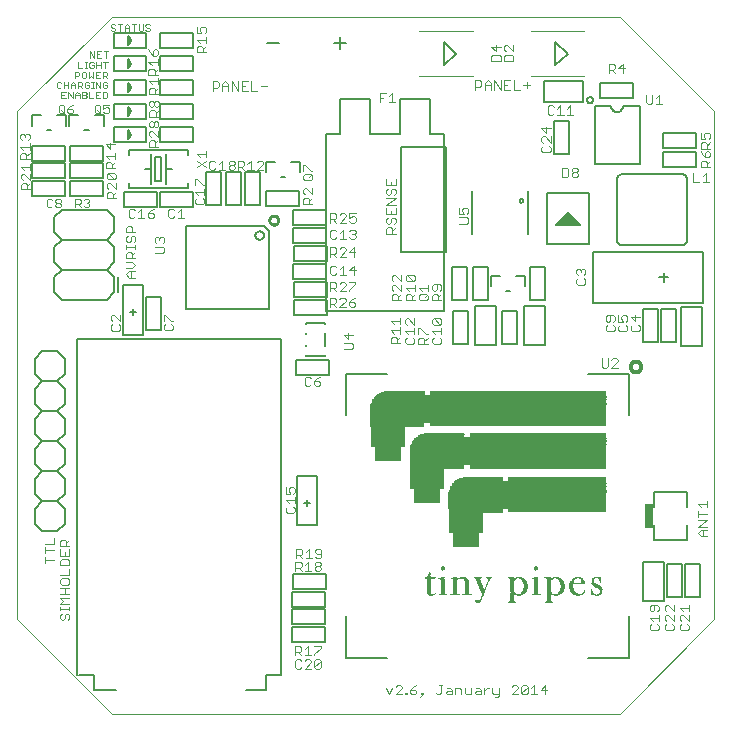
<source format=gto>
G75*
G70*
%OFA0B0*%
%FSLAX24Y24*%
%IPPOS*%
%LPD*%
%AMOC8*
5,1,8,0,0,1.08239X$1,22.5*
%
%ADD10C,0.0000*%
%ADD11R,0.0296X0.0006*%
%ADD12R,0.0038X0.0006*%
%ADD13R,0.0088X0.0006*%
%ADD14R,0.0252X0.0006*%
%ADD15R,0.0113X0.0006*%
%ADD16R,0.0214X0.0006*%
%ADD17R,0.0132X0.0006*%
%ADD18R,0.0183X0.0006*%
%ADD19R,0.0145X0.0006*%
%ADD20R,0.0164X0.0006*%
%ADD21R,0.0157X0.0006*%
%ADD22R,0.0151X0.0006*%
%ADD23R,0.0170X0.0006*%
%ADD24R,0.0176X0.0006*%
%ADD25R,0.0120X0.0006*%
%ADD26R,0.0094X0.0006*%
%ADD27R,0.0031X0.0006*%
%ADD28R,0.0069X0.0006*%
%ADD29R,0.0107X0.0006*%
%ADD30R,0.0025X0.0006*%
%ADD31R,0.0019X0.0006*%
%ADD32R,0.0101X0.0006*%
%ADD33R,0.0063X0.0006*%
%ADD34R,0.0057X0.0006*%
%ADD35R,0.0139X0.0006*%
%ADD36R,0.0302X0.0006*%
%ADD37R,0.0208X0.0006*%
%ADD38R,0.0006X0.0006*%
%ADD39R,0.0050X0.0006*%
%ADD40R,0.0202X0.0006*%
%ADD41R,0.0246X0.0006*%
%ADD42R,0.0013X0.0006*%
%ADD43R,0.0220X0.0006*%
%ADD44R,0.0044X0.0006*%
%ADD45R,0.0271X0.0006*%
%ADD46R,0.0321X0.0006*%
%ADD47R,0.0126X0.0006*%
%ADD48R,0.0082X0.0006*%
%ADD49R,0.0076X0.0006*%
%ADD50R,0.0189X0.0006*%
%ADD51R,0.0195X0.0006*%
%ADD52R,0.0510X0.0006*%
%ADD53R,0.0504X0.0006*%
%ADD54R,0.0346X0.0006*%
%ADD55R,0.0328X0.0006*%
%ADD56R,0.0265X0.0006*%
%ADD57R,0.0315X0.0006*%
%ADD58R,0.0894X0.0006*%
%ADD59R,0.1159X0.0006*%
%ADD60R,0.1808X0.0006*%
%ADD61R,0.3250X0.0006*%
%ADD62R,0.1814X0.0006*%
%ADD63R,0.5254X0.0006*%
%ADD64R,0.5247X0.0006*%
%ADD65R,0.5241X0.0006*%
%ADD66R,0.5235X0.0006*%
%ADD67R,0.5228X0.0006*%
%ADD68R,0.5222X0.0006*%
%ADD69R,0.5216X0.0006*%
%ADD70R,0.5209X0.0006*%
%ADD71R,0.5203X0.0006*%
%ADD72R,0.5197X0.0006*%
%ADD73R,0.5191X0.0006*%
%ADD74R,0.5184X0.0006*%
%ADD75R,0.5178X0.0006*%
%ADD76R,0.5172X0.0006*%
%ADD77R,0.5165X0.0006*%
%ADD78R,0.5159X0.0006*%
%ADD79R,0.5153X0.0006*%
%ADD80R,0.5146X0.0006*%
%ADD81R,0.5140X0.0006*%
%ADD82R,0.5134X0.0006*%
%ADD83R,0.5128X0.0006*%
%ADD84R,0.5121X0.0006*%
%ADD85R,0.5115X0.0006*%
%ADD86R,0.5109X0.0006*%
%ADD87R,0.5102X0.0006*%
%ADD88R,0.5096X0.0006*%
%ADD89R,0.5090X0.0006*%
%ADD90R,0.5083X0.0006*%
%ADD91R,0.5077X0.0006*%
%ADD92R,0.5071X0.0006*%
%ADD93R,0.5065X0.0006*%
%ADD94R,0.5058X0.0006*%
%ADD95R,0.5052X0.0006*%
%ADD96R,0.1606X0.0006*%
%ADD97R,0.1587X0.0006*%
%ADD98R,0.1581X0.0006*%
%ADD99R,0.1575X0.0006*%
%ADD100R,0.1569X0.0006*%
%ADD101R,0.1556X0.0006*%
%ADD102R,0.1550X0.0006*%
%ADD103R,0.1537X0.0006*%
%ADD104R,0.1531X0.0006*%
%ADD105R,0.1518X0.0006*%
%ADD106R,0.1506X0.0006*%
%ADD107R,0.1493X0.0006*%
%ADD108R,0.1480X0.0006*%
%ADD109R,0.1468X0.0006*%
%ADD110R,0.1455X0.0006*%
%ADD111R,0.1443X0.0006*%
%ADD112R,0.1424X0.0006*%
%ADD113R,0.1405X0.0006*%
%ADD114R,0.1386X0.0006*%
%ADD115R,0.1361X0.0006*%
%ADD116R,0.1329X0.0006*%
%ADD117R,0.1291X0.0006*%
%ADD118R,0.4542X0.0006*%
%ADD119R,0.6545X0.0006*%
%ADD120R,0.0888X0.0006*%
%ADD121R,0.6539X0.0006*%
%ADD122R,0.6532X0.0006*%
%ADD123R,0.6526X0.0006*%
%ADD124R,0.6520X0.0006*%
%ADD125R,0.6513X0.0006*%
%ADD126R,0.6507X0.0006*%
%ADD127R,0.6501X0.0006*%
%ADD128R,0.6494X0.0006*%
%ADD129R,0.6488X0.0006*%
%ADD130R,0.6482X0.0006*%
%ADD131R,0.6476X0.0006*%
%ADD132R,0.6469X0.0006*%
%ADD133R,0.6463X0.0006*%
%ADD134R,0.6457X0.0006*%
%ADD135R,0.6450X0.0006*%
%ADD136R,0.6444X0.0006*%
%ADD137R,0.6438X0.0006*%
%ADD138R,0.6431X0.0006*%
%ADD139R,0.6425X0.0006*%
%ADD140R,0.6419X0.0006*%
%ADD141R,0.6413X0.0006*%
%ADD142R,0.6406X0.0006*%
%ADD143R,0.6400X0.0006*%
%ADD144R,0.6394X0.0006*%
%ADD145R,0.6387X0.0006*%
%ADD146R,0.6381X0.0006*%
%ADD147R,0.6375X0.0006*%
%ADD148R,0.6369X0.0006*%
%ADD149R,0.6362X0.0006*%
%ADD150R,0.6356X0.0006*%
%ADD151R,0.6343X0.0006*%
%ADD152R,0.6337X0.0006*%
%ADD153R,0.1594X0.0006*%
%ADD154R,0.1562X0.0006*%
%ADD155R,0.1543X0.0006*%
%ADD156R,0.1512X0.0006*%
%ADD157R,0.1499X0.0006*%
%ADD158R,0.1487X0.0006*%
%ADD159R,0.1474X0.0006*%
%ADD160R,0.1461X0.0006*%
%ADD161R,0.1430X0.0006*%
%ADD162R,0.1411X0.0006*%
%ADD163R,0.1367X0.0006*%
%ADD164R,0.1335X0.0006*%
%ADD165R,0.5858X0.0006*%
%ADD166R,0.7861X0.0006*%
%ADD167R,0.7855X0.0006*%
%ADD168R,0.7849X0.0006*%
%ADD169R,0.7843X0.0006*%
%ADD170R,0.7836X0.0006*%
%ADD171R,0.7830X0.0006*%
%ADD172R,0.7824X0.0006*%
%ADD173R,0.7817X0.0006*%
%ADD174R,0.7811X0.0006*%
%ADD175R,0.7805X0.0006*%
%ADD176R,0.7798X0.0006*%
%ADD177R,0.7792X0.0006*%
%ADD178R,0.7786X0.0006*%
%ADD179R,0.7780X0.0006*%
%ADD180R,0.7773X0.0006*%
%ADD181R,0.7767X0.0006*%
%ADD182R,0.7761X0.0006*%
%ADD183R,0.7754X0.0006*%
%ADD184R,0.7748X0.0006*%
%ADD185R,0.7742X0.0006*%
%ADD186R,0.7735X0.0006*%
%ADD187R,0.7729X0.0006*%
%ADD188R,0.7723X0.0006*%
%ADD189R,0.7717X0.0006*%
%ADD190R,0.7710X0.0006*%
%ADD191R,0.7704X0.0006*%
%ADD192R,0.7698X0.0006*%
%ADD193R,0.7691X0.0006*%
%ADD194R,0.7685X0.0006*%
%ADD195R,0.7679X0.0006*%
%ADD196R,0.7672X0.0006*%
%ADD197R,0.7666X0.0006*%
%ADD198R,0.7660X0.0006*%
%ADD199R,0.1600X0.0006*%
%ADD200R,0.1524X0.0006*%
%ADD201R,0.1436X0.0006*%
%ADD202R,0.1417X0.0006*%
%ADD203R,0.1398X0.0006*%
%ADD204R,0.1380X0.0006*%
%ADD205R,0.1354X0.0006*%
%ADD206R,0.1323X0.0006*%
%ADD207R,0.1260X0.0006*%
%ADD208C,0.0080*%
%ADD209C,0.0040*%
%ADD210C,0.0030*%
%ADD211C,0.0100*%
%ADD212C,0.0120*%
%ADD213C,0.0050*%
%ADD214R,0.0300X0.0800*%
%ADD215C,0.0060*%
D10*
X003294Y001045D02*
X000144Y004194D01*
X000144Y021124D01*
X003294Y024273D01*
X020223Y024273D01*
X023373Y021124D01*
X020223Y024273D01*
X023373Y021124D02*
X023373Y004194D01*
X020223Y001045D01*
X003294Y001045D01*
D11*
X014317Y004981D03*
X014317Y004987D03*
X016635Y004729D03*
X016635Y004723D03*
X017441Y004981D03*
X017441Y004987D03*
X017863Y004729D03*
X017863Y004723D03*
X018840Y005000D03*
D12*
X019000Y005025D03*
X019006Y005031D03*
X019296Y005076D03*
X019296Y005082D03*
X019384Y004987D03*
X019573Y005485D03*
X019391Y005548D03*
X019378Y005542D03*
X019365Y005535D03*
X019359Y005529D03*
X018748Y005542D03*
X018011Y004987D03*
X017942Y005031D03*
X016783Y004987D03*
X016714Y005031D03*
X015863Y005466D03*
X015863Y005472D03*
X015662Y004987D03*
X015662Y004981D03*
X015662Y004975D03*
X015491Y004729D03*
X013885Y005687D03*
X013885Y005693D03*
D13*
X013860Y005605D03*
X015491Y004735D03*
X015668Y005050D03*
X015876Y005523D03*
X016972Y005013D03*
X018200Y005013D03*
X018635Y005428D03*
X018635Y005435D03*
X018641Y005441D03*
X018988Y005460D03*
X018988Y005466D03*
X018994Y005453D03*
X019000Y005435D03*
X019321Y005403D03*
X019328Y005390D03*
X019542Y005535D03*
X019599Y005132D03*
X019599Y005126D03*
X019599Y005120D03*
X019321Y005013D03*
D14*
X017866Y004735D03*
X016638Y004735D03*
X015126Y004994D03*
X014736Y004994D03*
D15*
X014736Y005050D03*
X014736Y005057D03*
X014736Y005063D03*
X014736Y005069D03*
X014736Y005076D03*
X014742Y005435D03*
X015057Y005529D03*
X015069Y005523D03*
X015126Y005076D03*
X015126Y005069D03*
X015126Y005063D03*
X015126Y005057D03*
X015126Y005050D03*
X015491Y004742D03*
X015668Y005082D03*
X015599Y005239D03*
X015586Y005271D03*
X015573Y005302D03*
X015567Y005315D03*
X015567Y005321D03*
X015561Y005334D03*
X015554Y005346D03*
X015554Y005353D03*
X015548Y005365D03*
X015548Y005372D03*
X015542Y005378D03*
X015542Y005384D03*
X015536Y005397D03*
X015536Y005403D03*
X015529Y005409D03*
X015529Y005416D03*
X015529Y005422D03*
X015523Y005428D03*
X015523Y005435D03*
X015517Y005447D03*
X016625Y005567D03*
X016644Y005422D03*
X016644Y005416D03*
X016644Y005101D03*
X016644Y005094D03*
X016644Y005088D03*
X016644Y005082D03*
X017047Y005101D03*
X017054Y005113D03*
X017060Y005126D03*
X017066Y005139D03*
X017066Y005145D03*
X017073Y005157D03*
X017073Y005164D03*
X017073Y005170D03*
X017079Y005176D03*
X017079Y005183D03*
X017079Y005189D03*
X017085Y005208D03*
X017085Y005214D03*
X017085Y005220D03*
X017085Y005227D03*
X017085Y005321D03*
X017079Y005353D03*
X017073Y005378D03*
X017066Y005397D03*
X017060Y005409D03*
X017060Y005416D03*
X017054Y005422D03*
X017054Y005428D03*
X017047Y005435D03*
X017047Y005441D03*
X017041Y005447D03*
X017035Y005460D03*
X017028Y005466D03*
X017438Y005472D03*
X017438Y005479D03*
X017438Y005485D03*
X017444Y005888D03*
X017854Y005567D03*
X017873Y005422D03*
X017873Y005416D03*
X017873Y005101D03*
X017873Y005094D03*
X017873Y005088D03*
X017873Y005082D03*
X018276Y005101D03*
X018282Y005113D03*
X018288Y005126D03*
X018295Y005139D03*
X018295Y005145D03*
X018301Y005157D03*
X018301Y005164D03*
X018301Y005170D03*
X018307Y005176D03*
X018307Y005183D03*
X018307Y005189D03*
X018314Y005208D03*
X018314Y005214D03*
X018314Y005220D03*
X018314Y005227D03*
X018314Y005321D03*
X018307Y005353D03*
X018301Y005378D03*
X018295Y005397D03*
X018288Y005409D03*
X018288Y005416D03*
X018282Y005422D03*
X018282Y005428D03*
X018276Y005435D03*
X018276Y005441D03*
X018269Y005447D03*
X018263Y005460D03*
X018257Y005466D03*
X018610Y005346D03*
X018610Y005340D03*
X018610Y005334D03*
X018603Y005327D03*
X018603Y005321D03*
X018603Y005315D03*
X018603Y005309D03*
X018603Y005302D03*
X018603Y005296D03*
X018603Y005290D03*
X018603Y005283D03*
X018603Y005277D03*
X018603Y005271D03*
X019340Y005372D03*
X019347Y005365D03*
X019529Y005548D03*
X019586Y005170D03*
X017444Y005063D03*
X017444Y005057D03*
X017444Y005050D03*
X014320Y005050D03*
X014320Y005057D03*
X014320Y005063D03*
X014314Y005472D03*
X014314Y005479D03*
X014314Y005485D03*
X014320Y005888D03*
X013847Y005579D03*
X013860Y005057D03*
X013860Y005050D03*
X013860Y005044D03*
D16*
X014988Y005542D03*
X016638Y004742D03*
X017866Y004742D03*
X019441Y005296D03*
X019460Y005283D03*
X019466Y005277D03*
D17*
X018833Y005554D03*
X018613Y005195D03*
X018619Y005170D03*
X018625Y005151D03*
X018632Y005139D03*
X018632Y005132D03*
X018638Y005126D03*
X018638Y005120D03*
X018644Y005113D03*
X018651Y005101D03*
X018657Y005094D03*
X018669Y005076D03*
X017882Y005050D03*
X017882Y005044D03*
X017863Y004779D03*
X017863Y004773D03*
X017441Y005031D03*
X017428Y005504D03*
X017876Y005466D03*
X017876Y005460D03*
X016647Y005460D03*
X016647Y005466D03*
X016654Y005050D03*
X016654Y005044D03*
X016635Y004779D03*
X016635Y004773D03*
X015495Y004748D03*
X015501Y005498D03*
X015501Y005504D03*
X014991Y005554D03*
X014745Y005466D03*
X014720Y005504D03*
X014304Y005504D03*
X014317Y005031D03*
X013945Y004975D03*
X013888Y005006D03*
X013882Y005013D03*
X014732Y005031D03*
D18*
X014739Y005006D03*
X015129Y005006D03*
X015507Y004792D03*
X016635Y004748D03*
X017863Y004748D03*
X018758Y005013D03*
X019526Y005233D03*
D19*
X019369Y005346D03*
X018701Y005044D03*
X018695Y005050D03*
X018688Y005057D03*
X017863Y004767D03*
X017876Y005472D03*
X017844Y005529D03*
X017422Y005516D03*
X016647Y005472D03*
X016616Y005529D03*
X016635Y004767D03*
X015495Y004754D03*
X015501Y005510D03*
X014745Y005479D03*
X014714Y005516D03*
X014298Y005516D03*
X013901Y005000D03*
D20*
X014320Y005013D03*
X014736Y005013D03*
X015126Y005013D03*
X015498Y004767D03*
X014704Y005523D03*
X014288Y005523D03*
X016600Y005542D03*
X016600Y005561D03*
X016638Y004754D03*
X017444Y005013D03*
X017866Y004754D03*
X017828Y005542D03*
X017828Y005561D03*
X017413Y005523D03*
X018729Y005025D03*
X018843Y004975D03*
X019384Y005334D03*
X019542Y005220D03*
D21*
X019551Y005214D03*
X019375Y005340D03*
X018720Y005031D03*
X017882Y005491D03*
X017416Y005542D03*
X016654Y005491D03*
X015879Y005542D03*
X015501Y005523D03*
X015495Y004761D03*
X014291Y005542D03*
D22*
X014704Y005542D03*
X014736Y005019D03*
X015126Y005019D03*
X015498Y005516D03*
X016613Y005535D03*
X016651Y005485D03*
X016651Y005479D03*
X016871Y005554D03*
X017444Y005019D03*
X017866Y004761D03*
X017879Y005479D03*
X017879Y005485D03*
X017841Y005535D03*
X018099Y005554D03*
X018710Y005038D03*
X019554Y005208D03*
X016638Y004761D03*
X014320Y005019D03*
D23*
X015501Y004773D03*
X015501Y005529D03*
X016654Y005498D03*
X017882Y005498D03*
X018745Y005019D03*
X019394Y005327D03*
X019532Y005227D03*
D24*
X019403Y005321D03*
X018093Y004981D03*
X017885Y005504D03*
X017444Y005006D03*
X016865Y004981D03*
X016657Y005504D03*
X015504Y004786D03*
X015504Y004779D03*
X014988Y005548D03*
X014320Y005006D03*
X013948Y004981D03*
D25*
X013869Y005025D03*
X013869Y005031D03*
X013863Y005038D03*
X014317Y005044D03*
X014310Y005491D03*
X014317Y005850D03*
X014317Y005857D03*
X014317Y005863D03*
X014317Y005869D03*
X014317Y005876D03*
X014317Y005882D03*
X013844Y005573D03*
X014726Y005491D03*
X014726Y005485D03*
X014739Y005447D03*
X014739Y005441D03*
X015507Y005472D03*
X015507Y005479D03*
X015514Y005466D03*
X015514Y005460D03*
X015514Y005453D03*
X015520Y005441D03*
X015665Y005094D03*
X015665Y005088D03*
X016647Y005076D03*
X016647Y005069D03*
X016635Y004798D03*
X016635Y004792D03*
X016635Y004786D03*
X017082Y005195D03*
X017082Y005201D03*
X017088Y005233D03*
X017088Y005239D03*
X017088Y005246D03*
X017088Y005252D03*
X017088Y005258D03*
X017088Y005264D03*
X017088Y005271D03*
X017088Y005277D03*
X017088Y005283D03*
X017088Y005290D03*
X017088Y005296D03*
X017088Y005302D03*
X017088Y005309D03*
X017088Y005315D03*
X017082Y005327D03*
X017082Y005334D03*
X017082Y005340D03*
X017082Y005346D03*
X017076Y005359D03*
X017076Y005365D03*
X017076Y005372D03*
X017069Y005384D03*
X017069Y005390D03*
X017063Y005403D03*
X017435Y005491D03*
X017441Y005850D03*
X017441Y005857D03*
X017441Y005863D03*
X017441Y005869D03*
X017441Y005876D03*
X017441Y005882D03*
X017869Y005435D03*
X017869Y005428D03*
X017876Y005076D03*
X017876Y005069D03*
X017863Y004798D03*
X017863Y004792D03*
X017863Y004786D03*
X017441Y005044D03*
X016641Y005428D03*
X016641Y005435D03*
X018291Y005403D03*
X018298Y005390D03*
X018298Y005384D03*
X018304Y005372D03*
X018304Y005365D03*
X018304Y005359D03*
X018310Y005346D03*
X018310Y005340D03*
X018310Y005334D03*
X018310Y005327D03*
X018317Y005315D03*
X018317Y005309D03*
X018317Y005302D03*
X018317Y005296D03*
X018317Y005290D03*
X018317Y005283D03*
X018317Y005277D03*
X018317Y005271D03*
X018317Y005264D03*
X018317Y005258D03*
X018317Y005252D03*
X018317Y005246D03*
X018317Y005239D03*
X018317Y005233D03*
X018310Y005201D03*
X018310Y005195D03*
X018606Y005227D03*
X018606Y005233D03*
X018606Y005239D03*
X018606Y005246D03*
X018606Y005252D03*
X018606Y005258D03*
X018606Y005264D03*
X019463Y004975D03*
X019583Y005176D03*
X019577Y005183D03*
D26*
X019595Y005145D03*
X019595Y005139D03*
X019325Y005006D03*
X019331Y005384D03*
X019539Y005542D03*
X019003Y005428D03*
X019003Y005422D03*
X018997Y005441D03*
X018997Y005447D03*
X019010Y005397D03*
X019010Y005390D03*
X018632Y005422D03*
X018625Y005409D03*
X018228Y005038D03*
X018222Y005031D03*
X018216Y005025D03*
X018210Y005019D03*
X018191Y005006D03*
X018178Y005000D03*
X018165Y004994D03*
X018153Y004987D03*
X017441Y005831D03*
X017441Y005907D03*
X017000Y005038D03*
X016994Y005031D03*
X016988Y005025D03*
X016981Y005019D03*
X016962Y005006D03*
X016950Y005000D03*
X016937Y004994D03*
X016925Y004987D03*
X015665Y005057D03*
X015665Y005063D03*
X015469Y004798D03*
X014317Y005831D03*
X014317Y005907D03*
X013857Y005598D03*
D27*
X013888Y005699D03*
X013888Y005705D03*
X013888Y005712D03*
X013888Y005718D03*
X014317Y005813D03*
X014317Y005926D03*
X014884Y005535D03*
X015658Y004968D03*
X015658Y004962D03*
X015595Y004811D03*
X015589Y004805D03*
X015583Y004798D03*
X015854Y005435D03*
X015860Y005447D03*
X015860Y005453D03*
X015860Y005460D03*
X016723Y005025D03*
X016729Y005019D03*
X016736Y005013D03*
X016767Y004994D03*
X017441Y005813D03*
X017441Y005926D03*
X017951Y005025D03*
X017958Y005019D03*
X017964Y005013D03*
X017995Y004994D03*
X019016Y005038D03*
X019022Y005044D03*
X019293Y005088D03*
X019293Y005094D03*
X019400Y004981D03*
X019577Y005472D03*
X019577Y005479D03*
D28*
X019318Y005428D03*
X018953Y005510D03*
X018947Y005516D03*
X018940Y005523D03*
X018928Y005529D03*
X018890Y005548D03*
X018676Y005491D03*
X018669Y005485D03*
X018846Y004968D03*
X019312Y005031D03*
X019589Y005050D03*
X019595Y005063D03*
X019595Y005069D03*
X019595Y005076D03*
X018102Y005561D03*
X016874Y005561D03*
X015873Y005510D03*
X015665Y005031D03*
X015665Y005025D03*
X015463Y004805D03*
X013869Y005624D03*
X013869Y005630D03*
D29*
X013851Y005586D03*
X014317Y005548D03*
X014317Y005466D03*
X014317Y005460D03*
X014317Y005453D03*
X014317Y005447D03*
X014317Y005838D03*
X014317Y005844D03*
X014317Y005894D03*
X014726Y005548D03*
X014739Y005428D03*
X014739Y005422D03*
X014739Y005416D03*
X014739Y005409D03*
X014739Y005403D03*
X014739Y005397D03*
X014739Y005390D03*
X014732Y005082D03*
X015129Y005082D03*
X015123Y005422D03*
X015123Y005428D03*
X015123Y005435D03*
X015123Y005441D03*
X015123Y005447D03*
X015117Y005460D03*
X015117Y005466D03*
X015110Y005479D03*
X015104Y005491D03*
X015098Y005498D03*
X015091Y005504D03*
X015085Y005510D03*
X015079Y005516D03*
X015539Y005390D03*
X015551Y005359D03*
X015558Y005340D03*
X015564Y005327D03*
X015570Y005309D03*
X015577Y005296D03*
X015577Y005290D03*
X015583Y005283D03*
X015583Y005277D03*
X015589Y005264D03*
X015589Y005258D03*
X015595Y005252D03*
X015595Y005246D03*
X015602Y005233D03*
X015602Y005227D03*
X015608Y005220D03*
X015608Y005214D03*
X015608Y005208D03*
X015614Y005201D03*
X015614Y005195D03*
X015621Y005189D03*
X015621Y005183D03*
X015621Y005176D03*
X015627Y005170D03*
X015627Y005164D03*
X015633Y005157D03*
X015633Y005151D03*
X015640Y005139D03*
X015640Y005132D03*
X015646Y005120D03*
X015652Y005107D03*
X015652Y005101D03*
X015665Y005076D03*
X015665Y005069D03*
X016641Y005107D03*
X016641Y005113D03*
X016641Y005120D03*
X016641Y005126D03*
X016641Y005132D03*
X016641Y005139D03*
X016641Y005145D03*
X016641Y005372D03*
X016641Y005378D03*
X016641Y005384D03*
X016641Y005390D03*
X016641Y005397D03*
X016641Y005403D03*
X016641Y005409D03*
X017006Y005491D03*
X017013Y005485D03*
X017019Y005479D03*
X017025Y005472D03*
X017038Y005453D03*
X017441Y005453D03*
X017441Y005447D03*
X017441Y005460D03*
X017441Y005466D03*
X017441Y005548D03*
X017441Y005838D03*
X017441Y005844D03*
X017441Y005894D03*
X017869Y005409D03*
X017869Y005403D03*
X017869Y005397D03*
X017869Y005390D03*
X017869Y005384D03*
X017869Y005378D03*
X017869Y005372D03*
X017869Y005145D03*
X017869Y005139D03*
X017869Y005132D03*
X017869Y005126D03*
X017869Y005120D03*
X017869Y005113D03*
X017869Y005107D03*
X017863Y004868D03*
X017863Y004861D03*
X017863Y004855D03*
X017863Y004849D03*
X017863Y004842D03*
X017863Y004836D03*
X017863Y004830D03*
X017863Y004824D03*
X017863Y004817D03*
X017863Y004811D03*
X017863Y004805D03*
X018241Y005050D03*
X018247Y005057D03*
X018260Y005076D03*
X018266Y005082D03*
X018266Y005088D03*
X018273Y005094D03*
X018279Y005107D03*
X018285Y005120D03*
X018291Y005132D03*
X018298Y005151D03*
X018619Y005384D03*
X018619Y005390D03*
X018266Y005453D03*
X018254Y005472D03*
X018247Y005479D03*
X018241Y005485D03*
X018235Y005491D03*
X017441Y005082D03*
X017441Y005076D03*
X017441Y005069D03*
X017069Y005151D03*
X017063Y005132D03*
X017057Y005120D03*
X017051Y005107D03*
X017044Y005094D03*
X017038Y005088D03*
X017038Y005082D03*
X017032Y005076D03*
X017019Y005057D03*
X017013Y005050D03*
X016635Y004868D03*
X016635Y004861D03*
X016635Y004855D03*
X016635Y004849D03*
X016635Y004842D03*
X016635Y004836D03*
X016635Y004830D03*
X016635Y004824D03*
X016635Y004817D03*
X016635Y004811D03*
X016635Y004805D03*
X014317Y005069D03*
X014317Y005076D03*
X014317Y005082D03*
X013857Y005076D03*
X013857Y005069D03*
X013857Y005063D03*
X019589Y005164D03*
D30*
X019290Y005107D03*
X019290Y005101D03*
X019051Y005082D03*
X019044Y005069D03*
X019038Y005063D03*
X019032Y005050D03*
X019580Y005460D03*
X019580Y005466D03*
X017986Y005000D03*
X017973Y005006D03*
X016758Y005000D03*
X016745Y005006D03*
X015838Y005390D03*
X015844Y005409D03*
X015851Y005422D03*
X015851Y005428D03*
X015857Y005441D03*
X015825Y005359D03*
X015813Y005327D03*
X015655Y004956D03*
X015655Y004950D03*
X015655Y004943D03*
X015649Y004931D03*
X015643Y004912D03*
X015630Y004880D03*
X015605Y004824D03*
X015599Y004817D03*
X015460Y004811D03*
X014868Y005529D03*
X014055Y005000D03*
X013891Y005724D03*
X013891Y005731D03*
D31*
X014065Y005006D03*
X014808Y005485D03*
X014814Y005491D03*
X014821Y005498D03*
X014827Y005504D03*
X014846Y005516D03*
X014858Y005523D03*
X015747Y005170D03*
X015747Y005164D03*
X015753Y005176D03*
X015753Y005183D03*
X015759Y005189D03*
X015759Y005195D03*
X015759Y005201D03*
X015765Y005208D03*
X015765Y005214D03*
X015772Y005220D03*
X015772Y005227D03*
X015772Y005233D03*
X015778Y005239D03*
X015778Y005246D03*
X015784Y005252D03*
X015784Y005258D03*
X015784Y005264D03*
X015791Y005271D03*
X015791Y005277D03*
X015797Y005283D03*
X015797Y005290D03*
X015797Y005296D03*
X015803Y005302D03*
X015803Y005309D03*
X015810Y005315D03*
X015810Y005321D03*
X015816Y005334D03*
X015816Y005340D03*
X015822Y005346D03*
X015822Y005353D03*
X015828Y005365D03*
X015828Y005372D03*
X015835Y005378D03*
X015835Y005384D03*
X015841Y005397D03*
X015841Y005403D03*
X015847Y005416D03*
X015740Y005151D03*
X015740Y005145D03*
X015734Y005139D03*
X015734Y005132D03*
X015728Y005120D03*
X015728Y005113D03*
X015721Y005107D03*
X015721Y005101D03*
X015652Y004937D03*
X015646Y004924D03*
X015646Y004918D03*
X015640Y004905D03*
X015640Y004899D03*
X015633Y004893D03*
X015633Y004887D03*
X015627Y004874D03*
X015627Y004868D03*
X015621Y004861D03*
X015621Y004855D03*
X015614Y004849D03*
X015614Y004842D03*
X015608Y004836D03*
X015608Y004830D03*
X019035Y005057D03*
X019047Y005076D03*
X019054Y005088D03*
X019060Y005101D03*
X019060Y005107D03*
X019066Y005120D03*
X019287Y005120D03*
X019287Y005126D03*
X019287Y005113D03*
X019287Y004994D03*
X019583Y005441D03*
X019583Y005447D03*
X019583Y005453D03*
D32*
X019334Y005378D03*
X019013Y005378D03*
X019013Y005384D03*
X019006Y005403D03*
X019006Y005409D03*
X019006Y005416D03*
X019328Y005000D03*
X019592Y005151D03*
X019592Y005157D03*
X018628Y005416D03*
X018622Y005403D03*
X018622Y005397D03*
X018616Y005378D03*
X018232Y005498D03*
X018225Y005504D03*
X018219Y005510D03*
X018206Y005516D03*
X018200Y005523D03*
X018188Y005529D03*
X018175Y005535D03*
X018162Y005542D03*
X017866Y005365D03*
X017866Y005359D03*
X017866Y005353D03*
X017866Y005346D03*
X017866Y005340D03*
X017866Y005334D03*
X017866Y005327D03*
X017866Y005321D03*
X017866Y005315D03*
X017866Y005309D03*
X017866Y005302D03*
X017866Y005296D03*
X017866Y005290D03*
X017866Y005283D03*
X017866Y005277D03*
X017866Y005271D03*
X017866Y005264D03*
X017866Y005258D03*
X017866Y005252D03*
X017866Y005246D03*
X017866Y005239D03*
X017866Y005233D03*
X017866Y005227D03*
X017866Y005220D03*
X017866Y005214D03*
X017866Y005208D03*
X017866Y005201D03*
X017866Y005195D03*
X017866Y005189D03*
X017866Y005183D03*
X017866Y005176D03*
X017866Y005170D03*
X017866Y005164D03*
X017866Y005157D03*
X017866Y005151D03*
X017866Y005031D03*
X017866Y005025D03*
X017866Y005019D03*
X017866Y005013D03*
X017866Y005006D03*
X017866Y005000D03*
X017866Y004994D03*
X017866Y004987D03*
X017866Y004981D03*
X017866Y004975D03*
X017866Y004968D03*
X017866Y004962D03*
X017866Y004956D03*
X017866Y004950D03*
X017866Y004943D03*
X017866Y004937D03*
X017866Y004931D03*
X017866Y004924D03*
X017866Y004918D03*
X017866Y004912D03*
X017866Y004905D03*
X017866Y004899D03*
X017866Y004893D03*
X017866Y004887D03*
X017866Y004880D03*
X017866Y004874D03*
X018238Y005044D03*
X018251Y005063D03*
X018257Y005069D03*
X017444Y005088D03*
X017444Y005094D03*
X017444Y005101D03*
X017444Y005107D03*
X017444Y005113D03*
X017444Y005120D03*
X017444Y005126D03*
X017444Y005132D03*
X017444Y005139D03*
X017444Y005145D03*
X017444Y005151D03*
X017444Y005157D03*
X017444Y005164D03*
X017444Y005170D03*
X017444Y005176D03*
X017444Y005183D03*
X017444Y005189D03*
X017444Y005195D03*
X017444Y005201D03*
X017444Y005208D03*
X017444Y005214D03*
X017444Y005220D03*
X017444Y005227D03*
X017444Y005233D03*
X017444Y005239D03*
X017444Y005246D03*
X017444Y005252D03*
X017444Y005258D03*
X017444Y005264D03*
X017444Y005271D03*
X017444Y005277D03*
X017444Y005283D03*
X017444Y005290D03*
X017444Y005296D03*
X017444Y005302D03*
X017444Y005309D03*
X017444Y005315D03*
X017444Y005321D03*
X017444Y005327D03*
X017444Y005334D03*
X017444Y005340D03*
X017444Y005346D03*
X017444Y005353D03*
X017444Y005359D03*
X017444Y005365D03*
X017444Y005372D03*
X017444Y005378D03*
X017444Y005384D03*
X017444Y005390D03*
X017444Y005397D03*
X017444Y005403D03*
X017444Y005409D03*
X017444Y005416D03*
X017444Y005422D03*
X017444Y005428D03*
X017444Y005435D03*
X017444Y005441D03*
X017444Y005901D03*
X017003Y005498D03*
X016997Y005504D03*
X016991Y005510D03*
X016978Y005516D03*
X016972Y005523D03*
X016959Y005529D03*
X016947Y005535D03*
X016934Y005542D03*
X016638Y005365D03*
X016638Y005359D03*
X016638Y005353D03*
X016638Y005346D03*
X016638Y005340D03*
X016638Y005334D03*
X016638Y005327D03*
X016638Y005321D03*
X016638Y005315D03*
X016638Y005309D03*
X016638Y005302D03*
X016638Y005296D03*
X016638Y005290D03*
X016638Y005283D03*
X016638Y005277D03*
X016638Y005271D03*
X016638Y005264D03*
X016638Y005258D03*
X016638Y005252D03*
X016638Y005246D03*
X016638Y005239D03*
X016638Y005233D03*
X016638Y005227D03*
X016638Y005220D03*
X016638Y005214D03*
X016638Y005208D03*
X016638Y005201D03*
X016638Y005195D03*
X016638Y005189D03*
X016638Y005183D03*
X016638Y005176D03*
X016638Y005170D03*
X016638Y005164D03*
X016638Y005157D03*
X016638Y005151D03*
X016638Y005031D03*
X016638Y005025D03*
X016638Y005019D03*
X016638Y005013D03*
X016638Y005006D03*
X016638Y005000D03*
X016638Y004994D03*
X016638Y004987D03*
X016638Y004981D03*
X016638Y004975D03*
X016638Y004968D03*
X016638Y004962D03*
X016638Y004956D03*
X016638Y004950D03*
X016638Y004943D03*
X016638Y004937D03*
X016638Y004931D03*
X016638Y004924D03*
X016638Y004918D03*
X016638Y004912D03*
X016638Y004905D03*
X016638Y004899D03*
X016638Y004893D03*
X016638Y004887D03*
X016638Y004880D03*
X016638Y004874D03*
X017010Y005044D03*
X017022Y005063D03*
X017028Y005069D03*
X015876Y005529D03*
X015636Y005145D03*
X015643Y005126D03*
X015649Y005113D03*
X015126Y005113D03*
X015126Y005107D03*
X015126Y005101D03*
X015126Y005094D03*
X015126Y005088D03*
X015126Y005120D03*
X015126Y005126D03*
X015126Y005132D03*
X015126Y005139D03*
X015126Y005145D03*
X015126Y005151D03*
X015126Y005157D03*
X015126Y005164D03*
X015126Y005170D03*
X015126Y005176D03*
X015126Y005183D03*
X015126Y005189D03*
X015126Y005195D03*
X015126Y005201D03*
X015126Y005208D03*
X015126Y005214D03*
X015126Y005220D03*
X015126Y005227D03*
X015126Y005233D03*
X015126Y005239D03*
X015126Y005246D03*
X015126Y005252D03*
X015126Y005258D03*
X015126Y005264D03*
X015126Y005271D03*
X015126Y005277D03*
X015126Y005283D03*
X015126Y005290D03*
X015126Y005296D03*
X015126Y005302D03*
X015126Y005309D03*
X015126Y005315D03*
X015126Y005321D03*
X015126Y005327D03*
X015126Y005334D03*
X015126Y005340D03*
X015126Y005346D03*
X015126Y005353D03*
X015126Y005359D03*
X015126Y005365D03*
X015126Y005372D03*
X015126Y005378D03*
X015126Y005384D03*
X015126Y005390D03*
X015126Y005397D03*
X015126Y005403D03*
X015126Y005409D03*
X015126Y005416D03*
X015120Y005453D03*
X015114Y005472D03*
X015107Y005485D03*
X014736Y005384D03*
X014736Y005378D03*
X014736Y005372D03*
X014736Y005365D03*
X014736Y005359D03*
X014736Y005353D03*
X014736Y005346D03*
X014736Y005340D03*
X014736Y005334D03*
X014736Y005327D03*
X014736Y005321D03*
X014736Y005315D03*
X014736Y005309D03*
X014736Y005302D03*
X014736Y005296D03*
X014736Y005290D03*
X014736Y005283D03*
X014736Y005277D03*
X014736Y005271D03*
X014736Y005264D03*
X014736Y005258D03*
X014736Y005252D03*
X014736Y005246D03*
X014736Y005239D03*
X014736Y005233D03*
X014736Y005227D03*
X014736Y005220D03*
X014736Y005214D03*
X014736Y005208D03*
X014736Y005201D03*
X014736Y005195D03*
X014736Y005189D03*
X014736Y005183D03*
X014736Y005176D03*
X014736Y005170D03*
X014736Y005164D03*
X014736Y005157D03*
X014736Y005151D03*
X014736Y005145D03*
X014736Y005139D03*
X014736Y005132D03*
X014736Y005126D03*
X014736Y005120D03*
X014736Y005113D03*
X014736Y005107D03*
X014736Y005101D03*
X014736Y005094D03*
X014736Y005088D03*
X014320Y005088D03*
X014320Y005094D03*
X014320Y005101D03*
X014320Y005107D03*
X014320Y005113D03*
X014320Y005120D03*
X014320Y005126D03*
X014320Y005132D03*
X014320Y005139D03*
X014320Y005145D03*
X014320Y005151D03*
X014320Y005157D03*
X014320Y005164D03*
X014320Y005170D03*
X014320Y005176D03*
X014320Y005183D03*
X014320Y005189D03*
X014320Y005195D03*
X014320Y005201D03*
X014320Y005208D03*
X014320Y005214D03*
X014320Y005220D03*
X014320Y005227D03*
X014320Y005233D03*
X014320Y005239D03*
X014320Y005246D03*
X014320Y005252D03*
X014320Y005258D03*
X014320Y005264D03*
X014320Y005271D03*
X014320Y005277D03*
X014320Y005283D03*
X014320Y005290D03*
X014320Y005296D03*
X014320Y005302D03*
X014320Y005309D03*
X014320Y005315D03*
X014320Y005321D03*
X014320Y005327D03*
X014320Y005334D03*
X014320Y005340D03*
X014320Y005346D03*
X014320Y005353D03*
X014320Y005359D03*
X014320Y005365D03*
X014320Y005372D03*
X014320Y005378D03*
X014320Y005384D03*
X014320Y005390D03*
X014320Y005397D03*
X014320Y005403D03*
X014320Y005409D03*
X014320Y005416D03*
X014320Y005422D03*
X014320Y005428D03*
X014320Y005435D03*
X014320Y005441D03*
X014320Y005901D03*
X013854Y005592D03*
X013854Y005529D03*
X013854Y005523D03*
X013854Y005516D03*
X013854Y005510D03*
X013854Y005504D03*
X013854Y005498D03*
X013854Y005491D03*
X013854Y005485D03*
X013854Y005479D03*
X013854Y005472D03*
X013854Y005466D03*
X013854Y005460D03*
X013854Y005453D03*
X013854Y005447D03*
X013854Y005441D03*
X013854Y005435D03*
X013854Y005428D03*
X013854Y005422D03*
X013854Y005416D03*
X013854Y005409D03*
X013854Y005403D03*
X013854Y005397D03*
X013854Y005390D03*
X013854Y005384D03*
X013854Y005378D03*
X013854Y005372D03*
X013854Y005365D03*
X013854Y005359D03*
X013854Y005353D03*
X013854Y005346D03*
X013854Y005340D03*
X013854Y005334D03*
X013854Y005327D03*
X013854Y005321D03*
X013854Y005315D03*
X013854Y005309D03*
X013854Y005302D03*
X013854Y005296D03*
X013854Y005290D03*
X013854Y005283D03*
X013854Y005277D03*
X013854Y005271D03*
X013854Y005264D03*
X013854Y005258D03*
X013854Y005252D03*
X013854Y005246D03*
X013854Y005239D03*
X013854Y005233D03*
X013854Y005227D03*
X013854Y005220D03*
X013854Y005214D03*
X013854Y005208D03*
X013854Y005201D03*
X013854Y005195D03*
X013854Y005189D03*
X013854Y005183D03*
X013854Y005176D03*
X013854Y005170D03*
X013854Y005164D03*
X013854Y005157D03*
X013854Y005151D03*
X013854Y005145D03*
X013854Y005139D03*
X013854Y005132D03*
X013854Y005126D03*
X013854Y005120D03*
X013854Y005113D03*
X013854Y005107D03*
X013854Y005101D03*
X013854Y005094D03*
X013854Y005088D03*
X013854Y005082D03*
D33*
X013948Y004968D03*
X013873Y005636D03*
X014988Y005561D03*
X016651Y005573D03*
X016732Y005523D03*
X016745Y005529D03*
X016758Y005535D03*
X016777Y005542D03*
X016865Y004968D03*
X017879Y005573D03*
X017961Y005523D03*
X017973Y005529D03*
X017986Y005535D03*
X018005Y005542D03*
X018093Y004968D03*
X018685Y005498D03*
X018691Y005504D03*
X018698Y005510D03*
X018906Y005542D03*
X018918Y005535D03*
X019315Y005453D03*
X019315Y005447D03*
X019315Y005441D03*
X019315Y005435D03*
X019561Y005516D03*
X019592Y005057D03*
X019586Y005044D03*
X019309Y005038D03*
X018975Y005013D03*
D34*
X019306Y005044D03*
X019306Y005050D03*
X019463Y004968D03*
X019570Y005019D03*
X019577Y005031D03*
X019583Y005038D03*
X019564Y005510D03*
X019325Y005485D03*
X019318Y005472D03*
X019318Y005466D03*
X019318Y005460D03*
X018833Y005561D03*
X018714Y005523D03*
X018707Y005516D03*
X017466Y005554D03*
X017441Y005819D03*
X017441Y005920D03*
X015873Y005504D03*
X015873Y005498D03*
X015665Y005019D03*
X015665Y005013D03*
X015665Y005006D03*
X014751Y005554D03*
X014342Y005554D03*
X014317Y005819D03*
X014317Y005920D03*
X013876Y005649D03*
X013876Y005642D03*
D35*
X013835Y005561D03*
X014301Y005510D03*
X014717Y005510D03*
X014742Y005472D03*
X014736Y005025D03*
X015126Y005025D03*
X015126Y005031D03*
X014320Y005025D03*
X016657Y005038D03*
X016865Y004975D03*
X017444Y005025D03*
X017885Y005038D03*
X018093Y004975D03*
X018647Y005107D03*
X018660Y005088D03*
X018666Y005082D03*
X018673Y005069D03*
X018679Y005063D03*
X019359Y005353D03*
X019561Y005201D03*
X019567Y005195D03*
X017847Y005523D03*
X017425Y005510D03*
X016619Y005523D03*
D36*
X015126Y004987D03*
X015126Y004981D03*
X014736Y004981D03*
X014736Y004987D03*
D37*
X014739Y005000D03*
X015129Y005000D03*
X014323Y005000D03*
X017447Y005000D03*
X018840Y004981D03*
X019432Y005302D03*
X019451Y005290D03*
X019476Y005271D03*
X019482Y005264D03*
D38*
X019589Y005409D03*
X019280Y005164D03*
X019280Y005157D03*
X019280Y005151D03*
X019280Y004981D03*
X017901Y005579D03*
X017491Y005561D03*
X016673Y005579D03*
X014651Y007066D03*
X014247Y008527D03*
X014367Y005561D03*
X014102Y005044D03*
D39*
X013879Y005655D03*
X013879Y005661D03*
X015662Y005000D03*
X015869Y005491D03*
X018723Y005529D03*
X018736Y005535D03*
X018988Y005019D03*
X019302Y005057D03*
X019510Y004981D03*
X019529Y004987D03*
X019548Y005000D03*
X019554Y005006D03*
X019561Y005013D03*
X019573Y005025D03*
X019567Y005498D03*
X019567Y005504D03*
X019328Y005491D03*
X019321Y005479D03*
D40*
X019422Y005309D03*
X019491Y005258D03*
X017885Y005516D03*
X017810Y005548D03*
X017810Y005554D03*
X016657Y005516D03*
X016581Y005548D03*
X016581Y005554D03*
X013948Y004987D03*
D41*
X014323Y004994D03*
X017447Y004994D03*
X018840Y004987D03*
D42*
X019057Y005094D03*
X019063Y005113D03*
X019069Y005126D03*
X019284Y005132D03*
X019284Y005139D03*
X019284Y005145D03*
X019284Y004987D03*
X019586Y005416D03*
X019586Y005422D03*
X019586Y005428D03*
X019586Y005435D03*
X015743Y005157D03*
X015731Y005126D03*
X014836Y005510D03*
X014773Y005561D03*
X014099Y005038D03*
X014093Y005031D03*
X014087Y005025D03*
X014080Y005019D03*
X014074Y005013D03*
D43*
X013951Y004994D03*
X015501Y005542D03*
D44*
X015866Y005485D03*
X015866Y005479D03*
X015665Y004994D03*
X013882Y005668D03*
X013882Y005674D03*
X013882Y005680D03*
X018764Y005548D03*
X019331Y005498D03*
X019337Y005504D03*
X019337Y005510D03*
X019343Y005516D03*
X019350Y005523D03*
X019570Y005491D03*
X019539Y004994D03*
X019369Y004994D03*
X019299Y005063D03*
X019299Y005069D03*
D45*
X018840Y004994D03*
D46*
X018840Y005006D03*
D47*
X018628Y005145D03*
X018622Y005157D03*
X018622Y005164D03*
X018616Y005176D03*
X018616Y005183D03*
X018616Y005189D03*
X018610Y005201D03*
X018610Y005208D03*
X018610Y005214D03*
X018610Y005220D03*
X017879Y005063D03*
X017879Y005057D03*
X017873Y005441D03*
X017873Y005447D03*
X017873Y005453D03*
X017432Y005498D03*
X017444Y005038D03*
X016651Y005057D03*
X016651Y005063D03*
X016644Y005441D03*
X016644Y005447D03*
X016644Y005453D03*
X015876Y005535D03*
X015504Y005491D03*
X015504Y005485D03*
X015044Y005535D03*
X014742Y005460D03*
X014742Y005453D03*
X014723Y005498D03*
X014307Y005498D03*
X014320Y005038D03*
X014736Y005038D03*
X014736Y005044D03*
X015126Y005044D03*
X015126Y005038D03*
X013879Y005019D03*
X013841Y005567D03*
X019353Y005359D03*
X019573Y005189D03*
D48*
X019602Y005113D03*
X019602Y005107D03*
X019602Y005101D03*
X019318Y005019D03*
X019325Y005397D03*
X019318Y005409D03*
X018984Y005472D03*
X018978Y005479D03*
X018978Y005485D03*
X018972Y005491D03*
X018965Y005498D03*
X018959Y005504D03*
X018657Y005466D03*
X018651Y005460D03*
X018651Y005453D03*
X018644Y005447D03*
X017441Y005825D03*
X017441Y005913D03*
X015665Y005044D03*
X015665Y005038D03*
X014317Y005825D03*
X014317Y005913D03*
X013863Y005611D03*
D49*
X013866Y005617D03*
X015876Y005516D03*
X018660Y005472D03*
X018666Y005479D03*
X019315Y005422D03*
X019315Y005416D03*
X019454Y005561D03*
X019548Y005529D03*
X019554Y005523D03*
X019599Y005094D03*
X019599Y005088D03*
X019599Y005082D03*
X019315Y005025D03*
D50*
X019517Y005239D03*
X019510Y005246D03*
X017885Y005510D03*
X016657Y005510D03*
X015876Y005548D03*
X015876Y005554D03*
X015498Y005535D03*
X014685Y005535D03*
D51*
X014688Y005529D03*
X014273Y005529D03*
X014273Y005535D03*
X016868Y005548D03*
X017397Y005535D03*
X017397Y005529D03*
X018096Y005548D03*
X019413Y005315D03*
X019501Y005252D03*
X019488Y005554D03*
D52*
X018808Y005353D03*
D53*
X018811Y005359D03*
X018811Y005365D03*
X018811Y005372D03*
D54*
X013901Y005535D03*
X013901Y005542D03*
D55*
X013910Y005548D03*
D56*
X015504Y005548D03*
X015504Y005554D03*
D57*
X013917Y005554D03*
D58*
X015095Y006587D03*
X015095Y006594D03*
X015095Y006600D03*
X015095Y006606D03*
X015095Y006613D03*
X015095Y006619D03*
X015095Y006625D03*
X015095Y006631D03*
X015095Y006638D03*
X015095Y006644D03*
X015095Y006650D03*
X015095Y006657D03*
X015095Y006663D03*
X015095Y006669D03*
X015095Y006676D03*
X015095Y006682D03*
X015095Y006688D03*
X015095Y006694D03*
X015095Y006701D03*
X015095Y006707D03*
X015095Y006713D03*
X015095Y006720D03*
X015095Y006726D03*
X015095Y006732D03*
X015095Y006739D03*
X015095Y006745D03*
X015095Y006751D03*
X015095Y006757D03*
X015095Y006764D03*
X015095Y006770D03*
X015095Y006776D03*
X015095Y006783D03*
X015095Y006789D03*
X015095Y006795D03*
X015095Y006801D03*
X015095Y006808D03*
X015095Y006814D03*
X015095Y006820D03*
X015095Y006827D03*
X015095Y006833D03*
X015095Y006839D03*
X015095Y006846D03*
X015095Y006852D03*
X015095Y006858D03*
X015095Y006864D03*
X015095Y006871D03*
X015095Y006877D03*
X015095Y006883D03*
X015095Y006890D03*
X015095Y006896D03*
X015095Y006902D03*
X015095Y006909D03*
X015095Y006915D03*
X015095Y006921D03*
X015095Y006927D03*
X015095Y006934D03*
X015095Y006940D03*
X015095Y006946D03*
X015095Y006953D03*
X015095Y006959D03*
X015095Y006965D03*
X015095Y006972D03*
X015095Y006978D03*
X015095Y006984D03*
X015095Y006990D03*
X015095Y006997D03*
X015095Y007003D03*
X015095Y007009D03*
X015095Y007016D03*
X015095Y007022D03*
X015095Y007028D03*
X015095Y007035D03*
X015095Y007041D03*
X015095Y007047D03*
X015095Y007053D03*
X015095Y007060D03*
X013803Y008049D03*
X013803Y008055D03*
X013803Y008061D03*
X013803Y008068D03*
X013803Y008074D03*
X013803Y008080D03*
X013803Y008087D03*
X013803Y008093D03*
X013803Y008099D03*
X013803Y008105D03*
X013803Y008112D03*
X013803Y008118D03*
X013803Y008124D03*
X013803Y008131D03*
X013803Y008137D03*
X013803Y008143D03*
X013803Y008150D03*
X013803Y008156D03*
X013803Y008162D03*
X013803Y008168D03*
X013803Y008175D03*
X013803Y008181D03*
X013803Y008187D03*
X013803Y008194D03*
X013803Y008200D03*
X013803Y008206D03*
X013803Y008213D03*
X013803Y008219D03*
X013803Y008225D03*
X013803Y008231D03*
X013803Y008238D03*
X013803Y008244D03*
X013803Y008250D03*
X013803Y008257D03*
X013803Y008263D03*
X013803Y008269D03*
X013803Y008276D03*
X013803Y008282D03*
X013803Y008288D03*
X013803Y008294D03*
X013803Y008301D03*
X013803Y008307D03*
X013803Y008313D03*
X013803Y008320D03*
X013803Y008326D03*
X013803Y008332D03*
X013803Y008339D03*
X013803Y008345D03*
X013803Y008351D03*
X013803Y008357D03*
X013803Y008364D03*
X013803Y008370D03*
X013803Y008376D03*
X013803Y008383D03*
X013803Y008389D03*
X013803Y008395D03*
X013803Y008401D03*
X013803Y008408D03*
X013803Y008414D03*
X013803Y008420D03*
X013803Y008427D03*
X013803Y008433D03*
X013803Y008439D03*
X013803Y008446D03*
X013803Y008452D03*
X013803Y008458D03*
X013803Y008464D03*
X013803Y008471D03*
X013803Y008477D03*
X013803Y008483D03*
X013803Y008490D03*
X013803Y008496D03*
X013803Y008502D03*
X013803Y008509D03*
X013803Y008515D03*
X013803Y008521D03*
D59*
X013803Y008534D03*
X013803Y008540D03*
X013803Y008546D03*
X013803Y008553D03*
X013803Y008559D03*
X013803Y008565D03*
X013803Y008572D03*
X013803Y008578D03*
X013803Y008584D03*
X013803Y008590D03*
X013803Y008597D03*
X013803Y008603D03*
X013803Y008609D03*
X013803Y008616D03*
X013803Y008622D03*
X013803Y008628D03*
X013803Y008635D03*
X013803Y008641D03*
X013803Y008647D03*
X013803Y008653D03*
X013803Y008660D03*
X013803Y008666D03*
X013803Y008672D03*
X013803Y008679D03*
X013803Y008685D03*
X013803Y008691D03*
X013803Y008698D03*
X013803Y008704D03*
X013803Y008710D03*
X013803Y008716D03*
X013803Y008723D03*
X013803Y008729D03*
X013803Y008735D03*
X013803Y008742D03*
X013803Y008748D03*
X013803Y008754D03*
X013803Y008761D03*
X013803Y008767D03*
X013803Y008773D03*
X013803Y008779D03*
X013803Y008786D03*
X013803Y008792D03*
X013803Y008798D03*
X013803Y008805D03*
X013803Y008811D03*
X013803Y008817D03*
X013803Y008824D03*
X013803Y008830D03*
X013803Y008836D03*
X013803Y008842D03*
X013803Y008849D03*
X013803Y008855D03*
X013803Y008861D03*
X013803Y008868D03*
X013803Y008874D03*
X013803Y008880D03*
X013803Y008887D03*
X013803Y008893D03*
X013803Y008899D03*
X013803Y008905D03*
X013803Y008912D03*
X013803Y008918D03*
X013803Y008924D03*
X013803Y008931D03*
X013803Y008937D03*
X013803Y008943D03*
X013803Y008950D03*
X013803Y008956D03*
X013803Y008962D03*
X013803Y008968D03*
X013803Y008975D03*
X013803Y008981D03*
X013803Y008987D03*
X013803Y008994D03*
X013803Y009000D03*
X013803Y009006D03*
X013803Y009013D03*
X013803Y009019D03*
X013803Y009025D03*
X013803Y009031D03*
X013803Y009038D03*
X013803Y009044D03*
X013803Y009050D03*
X013803Y009057D03*
X013803Y009063D03*
X013803Y009069D03*
X013803Y009076D03*
X013803Y009082D03*
X013803Y009088D03*
X013803Y009094D03*
X013803Y009101D03*
X013803Y009107D03*
X013803Y009113D03*
X013803Y009120D03*
X013803Y009126D03*
X013803Y009132D03*
X013803Y009139D03*
X013803Y009145D03*
X013803Y009151D03*
X013803Y009157D03*
X013803Y009164D03*
X013803Y009170D03*
X013803Y009176D03*
X013803Y009183D03*
X013803Y009189D03*
X013803Y009195D03*
X012487Y009945D03*
X012487Y009951D03*
X012487Y009957D03*
X012487Y009964D03*
X012487Y009970D03*
X012487Y009976D03*
X012487Y009983D03*
X012487Y009989D03*
X012487Y009995D03*
X012487Y010001D03*
X012487Y010008D03*
X012487Y010014D03*
X012487Y010020D03*
X012487Y010027D03*
X012487Y010033D03*
X012487Y010039D03*
X012487Y010046D03*
X012487Y010052D03*
X012487Y010058D03*
X012487Y010064D03*
X012487Y010071D03*
X012487Y010077D03*
X012487Y010083D03*
X012487Y010090D03*
X012487Y010096D03*
X012487Y010102D03*
X012487Y010109D03*
X012487Y010115D03*
X012487Y010121D03*
X012487Y010127D03*
X012487Y010134D03*
X012487Y010140D03*
X012487Y010146D03*
X012487Y010153D03*
X012487Y010159D03*
X012487Y010165D03*
X012487Y010172D03*
X012487Y010178D03*
X012487Y010184D03*
X012487Y010190D03*
X012487Y010197D03*
X012487Y010203D03*
X012487Y010209D03*
X012487Y010216D03*
X012487Y010222D03*
X012487Y010228D03*
X012487Y010235D03*
X012487Y010241D03*
X012487Y010247D03*
X012487Y010253D03*
X012487Y010260D03*
X012487Y010266D03*
X012487Y010272D03*
X012487Y010279D03*
X012487Y010285D03*
X012487Y010291D03*
X012487Y010298D03*
X012487Y010304D03*
X012487Y010310D03*
X012487Y010316D03*
X012487Y010323D03*
X012487Y010329D03*
X012487Y010335D03*
X012487Y010342D03*
X012487Y010348D03*
X012487Y010354D03*
X012487Y010361D03*
X012487Y010367D03*
X012487Y010373D03*
X012487Y010379D03*
X012487Y010386D03*
X012487Y010392D03*
X012487Y010398D03*
X012487Y010405D03*
X012487Y010411D03*
X012487Y010417D03*
X012487Y010424D03*
X012487Y010430D03*
X012487Y010436D03*
X012487Y010442D03*
X012487Y010449D03*
X012487Y010455D03*
X012487Y010461D03*
X012487Y010468D03*
X012487Y010474D03*
X012487Y010480D03*
X012487Y010487D03*
X012487Y010493D03*
X012487Y010499D03*
X012487Y010505D03*
X012487Y010512D03*
X012487Y010518D03*
X012487Y010524D03*
X012487Y010531D03*
X012487Y010537D03*
X012487Y010543D03*
X012487Y010550D03*
X012487Y010556D03*
X012487Y010562D03*
X012487Y010568D03*
X012487Y010575D03*
X012487Y010581D03*
X012487Y010587D03*
X012487Y010594D03*
X012487Y010600D03*
X012487Y010606D03*
X015095Y007734D03*
X015095Y007727D03*
X015095Y007721D03*
X015095Y007715D03*
X015095Y007709D03*
X015095Y007702D03*
X015095Y007696D03*
X015095Y007690D03*
X015095Y007683D03*
X015095Y007677D03*
X015095Y007671D03*
X015095Y007664D03*
X015095Y007658D03*
X015095Y007652D03*
X015095Y007646D03*
X015095Y007639D03*
X015095Y007633D03*
X015095Y007627D03*
X015095Y007620D03*
X015095Y007614D03*
X015095Y007608D03*
X015095Y007601D03*
X015095Y007595D03*
X015095Y007589D03*
X015095Y007583D03*
X015095Y007576D03*
X015095Y007570D03*
X015095Y007564D03*
X015095Y007557D03*
X015095Y007551D03*
X015095Y007545D03*
X015095Y007539D03*
X015095Y007532D03*
X015095Y007526D03*
X015095Y007520D03*
X015095Y007513D03*
X015095Y007507D03*
X015095Y007501D03*
X015095Y007494D03*
X015095Y007488D03*
X015095Y007482D03*
X015095Y007476D03*
X015095Y007469D03*
X015095Y007463D03*
X015095Y007457D03*
X015095Y007450D03*
X015095Y007444D03*
X015095Y007438D03*
X015095Y007431D03*
X015095Y007425D03*
X015095Y007419D03*
X015095Y007413D03*
X015095Y007406D03*
X015095Y007400D03*
X015095Y007394D03*
X015095Y007387D03*
X015095Y007381D03*
X015095Y007375D03*
X015095Y007368D03*
X015095Y007362D03*
X015095Y007356D03*
X015095Y007350D03*
X015095Y007343D03*
X015095Y007337D03*
X015095Y007331D03*
X015095Y007324D03*
X015095Y007318D03*
X015095Y007312D03*
X015095Y007305D03*
X015095Y007299D03*
X015095Y007293D03*
X015095Y007287D03*
X015095Y007280D03*
X015095Y007274D03*
X015095Y007268D03*
X015095Y007261D03*
X015095Y007255D03*
X015095Y007249D03*
X015095Y007242D03*
X015095Y007236D03*
X015095Y007230D03*
X015095Y007224D03*
X015095Y007217D03*
X015095Y007211D03*
X015095Y007205D03*
X015095Y007198D03*
X015095Y007192D03*
X015095Y007186D03*
X015095Y007179D03*
X015095Y007173D03*
X015095Y007167D03*
X015095Y007161D03*
X015095Y007154D03*
X015095Y007148D03*
X015095Y007142D03*
X015095Y007135D03*
X015095Y007129D03*
X015095Y007123D03*
X015095Y007116D03*
X015095Y007110D03*
X015095Y007104D03*
X015095Y007098D03*
X015095Y007091D03*
X015095Y007085D03*
X015095Y007079D03*
X015095Y007072D03*
D60*
X015419Y007740D03*
X015419Y007746D03*
X015419Y007753D03*
X015419Y007759D03*
X015419Y007765D03*
X015419Y007772D03*
X015419Y007778D03*
X015419Y007784D03*
X015419Y007790D03*
X015419Y007797D03*
X015419Y007803D03*
X015419Y007809D03*
X015419Y007816D03*
X015419Y007822D03*
X015419Y007828D03*
X015419Y007835D03*
X015419Y007841D03*
X015419Y007847D03*
X015419Y007853D03*
X015419Y007860D03*
X015419Y007866D03*
X014128Y009201D03*
X014128Y009208D03*
X014128Y009214D03*
X014128Y009220D03*
X014128Y009227D03*
X014128Y009233D03*
X014128Y009239D03*
X014128Y009246D03*
X014128Y009252D03*
X014128Y009258D03*
X014128Y009264D03*
X014128Y009271D03*
X014128Y009277D03*
X014128Y009283D03*
X014128Y009290D03*
X014128Y009296D03*
X014128Y009302D03*
X014128Y009309D03*
X014128Y009315D03*
X014128Y009321D03*
X014128Y009327D03*
X014128Y009334D03*
X012811Y010613D03*
X012811Y010619D03*
X012811Y010625D03*
X012811Y010631D03*
X012811Y010638D03*
X012811Y010644D03*
X012811Y010650D03*
X012811Y010657D03*
X012811Y010663D03*
X012811Y010669D03*
X012811Y010676D03*
X012811Y010682D03*
X012811Y010688D03*
X012811Y010694D03*
X012811Y010701D03*
X012811Y010707D03*
X012811Y010713D03*
X012811Y010720D03*
X012811Y010726D03*
X012811Y010732D03*
X012811Y010739D03*
D61*
X018143Y008893D03*
X018143Y008887D03*
X018143Y008880D03*
X018143Y008874D03*
X018143Y008868D03*
X018143Y008861D03*
X018143Y008855D03*
X018143Y008849D03*
X018143Y008842D03*
X018143Y008836D03*
X018143Y008830D03*
X018143Y008824D03*
X018143Y008817D03*
X018143Y008811D03*
X018143Y008805D03*
X018143Y008798D03*
X018143Y008792D03*
X018143Y008786D03*
X018143Y008779D03*
X018143Y008773D03*
X018143Y008767D03*
X018143Y008761D03*
X018143Y007872D03*
X018143Y007866D03*
X018143Y007860D03*
X018143Y007853D03*
X018143Y007847D03*
X018143Y007841D03*
X018143Y007835D03*
X018143Y007828D03*
X018143Y007822D03*
X018143Y007816D03*
X018143Y007809D03*
X018143Y007803D03*
X018143Y007797D03*
X018143Y007790D03*
X018143Y007784D03*
X018143Y007778D03*
X018143Y007772D03*
X018143Y007765D03*
X018143Y007759D03*
X018143Y007753D03*
D62*
X015422Y007872D03*
D63*
X017142Y007879D03*
X017142Y007885D03*
X017142Y007891D03*
X017142Y007898D03*
X017142Y007904D03*
X017142Y007910D03*
X017142Y007916D03*
X017142Y007923D03*
X017142Y007929D03*
X017142Y007935D03*
X017142Y007942D03*
X017142Y007948D03*
X017142Y007954D03*
X017142Y007961D03*
X017142Y007967D03*
X017142Y007973D03*
X017142Y007979D03*
X017142Y007986D03*
X017142Y007992D03*
X017142Y007998D03*
X017142Y008005D03*
X017142Y008011D03*
X017142Y008017D03*
X017142Y008024D03*
X017142Y008030D03*
X017142Y008036D03*
X017142Y008042D03*
X017142Y008049D03*
X017142Y008055D03*
X017142Y008061D03*
X017142Y008068D03*
X017142Y008074D03*
X017142Y008080D03*
X017142Y008087D03*
X017142Y008093D03*
X017142Y008099D03*
X017142Y008105D03*
X017142Y008112D03*
X017142Y008118D03*
X017142Y008124D03*
X017142Y008131D03*
X017142Y008137D03*
X017142Y008143D03*
X017142Y008150D03*
X017142Y008156D03*
X017142Y008162D03*
X017142Y008168D03*
X017142Y008175D03*
X017142Y008181D03*
X017142Y008187D03*
X017142Y008194D03*
X017142Y008200D03*
X017142Y008206D03*
X017142Y008213D03*
X017142Y008219D03*
X017142Y008225D03*
X017142Y008231D03*
X017142Y008238D03*
X017142Y008244D03*
X017142Y008250D03*
X017142Y008257D03*
X017142Y008263D03*
X017142Y008269D03*
X017142Y008276D03*
X017142Y008282D03*
X017142Y008288D03*
X017142Y008294D03*
X017142Y008301D03*
X017142Y008307D03*
X017142Y008313D03*
X017142Y008320D03*
X017142Y008326D03*
X017142Y008332D03*
X017142Y008339D03*
X017142Y008345D03*
X017142Y008351D03*
D64*
X017145Y008357D03*
X017145Y008364D03*
X017145Y008370D03*
X017145Y008376D03*
X017145Y008383D03*
X017145Y008389D03*
X017145Y008395D03*
X017145Y008401D03*
X017145Y008408D03*
D65*
X017148Y008414D03*
X017148Y008420D03*
X017148Y008427D03*
X017148Y008433D03*
X017148Y008439D03*
D66*
X017151Y008446D03*
X017151Y008452D03*
X017151Y008458D03*
X017151Y008464D03*
D67*
X017154Y008471D03*
X017154Y008477D03*
X017154Y008483D03*
D68*
X017158Y008490D03*
X017158Y008496D03*
X017158Y008502D03*
D69*
X017161Y008509D03*
X017161Y008515D03*
X017161Y008521D03*
D70*
X017164Y008527D03*
X017164Y008534D03*
X017164Y008540D03*
D71*
X017167Y008546D03*
X017167Y008553D03*
D72*
X017170Y008559D03*
X017170Y008565D03*
D73*
X017173Y008572D03*
X017173Y008578D03*
D74*
X017177Y008584D03*
X017177Y008590D03*
D75*
X017180Y008597D03*
X017180Y008603D03*
D76*
X017183Y008609D03*
D77*
X017186Y008616D03*
X017186Y008622D03*
D78*
X017189Y008628D03*
X017189Y008635D03*
D79*
X017192Y008641D03*
D80*
X017195Y008647D03*
D81*
X017199Y008653D03*
X017199Y008660D03*
D82*
X017202Y008666D03*
D83*
X017205Y008672D03*
D84*
X017208Y008679D03*
X017208Y008685D03*
D85*
X017211Y008691D03*
D86*
X017214Y008698D03*
D87*
X017217Y008704D03*
D88*
X017221Y008710D03*
D89*
X017224Y008716D03*
D90*
X017227Y008723D03*
D91*
X017230Y008729D03*
D92*
X017233Y008735D03*
D93*
X017236Y008742D03*
D94*
X017240Y008748D03*
D95*
X017243Y008754D03*
D96*
X015526Y008761D03*
D97*
X015529Y008767D03*
X014238Y010235D03*
X012921Y011639D03*
D98*
X012925Y011646D03*
X015532Y008773D03*
D99*
X015536Y008779D03*
X014244Y010241D03*
X012928Y011652D03*
D100*
X014247Y010247D03*
X015539Y008786D03*
D101*
X015545Y008792D03*
X012937Y011664D03*
D102*
X012940Y011671D03*
X014257Y010260D03*
X015548Y008798D03*
D103*
X015554Y008805D03*
X012947Y011677D03*
D104*
X014266Y010272D03*
X015558Y008811D03*
D105*
X015564Y008817D03*
X014273Y010279D03*
X012956Y011690D03*
D106*
X012962Y011696D03*
X015570Y008824D03*
D107*
X015577Y008830D03*
X012969Y011702D03*
D108*
X012975Y011709D03*
X015583Y008836D03*
D109*
X015589Y008842D03*
X012981Y011715D03*
D110*
X012988Y011721D03*
X015595Y008849D03*
D111*
X015602Y008855D03*
X014310Y010316D03*
D112*
X015611Y008861D03*
D113*
X015621Y008868D03*
D114*
X015630Y008874D03*
X014339Y010335D03*
D115*
X015643Y008880D03*
D116*
X015658Y008887D03*
D117*
X015677Y008893D03*
X014386Y010354D03*
D118*
X017498Y010354D03*
X017498Y010348D03*
X017498Y010342D03*
X017498Y010335D03*
X017498Y010329D03*
X017498Y010323D03*
X017498Y010316D03*
X017498Y010310D03*
X017498Y010304D03*
X017498Y010298D03*
X017498Y010291D03*
X017498Y010285D03*
X017498Y010279D03*
X017498Y010272D03*
X017498Y010266D03*
X017498Y010260D03*
X017498Y010253D03*
X017498Y010247D03*
X017498Y010241D03*
X017498Y010235D03*
X017498Y010228D03*
X017498Y009334D03*
X017498Y009327D03*
X017498Y009321D03*
X017498Y009315D03*
X017498Y009309D03*
X017498Y009302D03*
X017498Y009296D03*
X017498Y009290D03*
X017498Y009283D03*
X017498Y009277D03*
X017498Y009271D03*
X017498Y009264D03*
X017498Y009258D03*
X017498Y009252D03*
X017498Y009246D03*
X017498Y009239D03*
X017498Y009233D03*
X017498Y009227D03*
X017498Y009220D03*
X017498Y009214D03*
D119*
X016496Y009340D03*
X016496Y009346D03*
X016496Y009353D03*
X016496Y009359D03*
X016496Y009365D03*
X016496Y009372D03*
X016496Y009378D03*
X016496Y009384D03*
X016496Y009390D03*
X016496Y009397D03*
X016496Y009403D03*
X016496Y009409D03*
X016496Y009416D03*
X016496Y009422D03*
X016496Y009428D03*
X016496Y009435D03*
X016496Y009441D03*
X016496Y009447D03*
X016496Y009453D03*
X016496Y009460D03*
X016496Y009466D03*
X016496Y009472D03*
X016496Y009479D03*
X016496Y009485D03*
X016496Y009491D03*
X016496Y009498D03*
X016496Y009504D03*
X016496Y009510D03*
X016496Y009516D03*
X016496Y009523D03*
X016496Y009529D03*
X016496Y009535D03*
X016496Y009542D03*
X016496Y009548D03*
X016496Y009554D03*
X016496Y009561D03*
X016496Y009567D03*
X016496Y009573D03*
X016496Y009579D03*
X016496Y009586D03*
X016496Y009592D03*
X016496Y009598D03*
X016496Y009605D03*
X016496Y009611D03*
X016496Y009617D03*
X016496Y009624D03*
X016496Y009630D03*
X016496Y009636D03*
X016496Y009642D03*
X016496Y009649D03*
X016496Y009655D03*
X016496Y009661D03*
X016496Y009668D03*
X016496Y009674D03*
X016496Y009680D03*
X016496Y009687D03*
X016496Y009693D03*
X016496Y009699D03*
X016496Y009705D03*
X016496Y009712D03*
X016496Y009718D03*
X016496Y009724D03*
X016496Y009731D03*
X016496Y009737D03*
X016496Y009743D03*
X016496Y009750D03*
X016496Y009756D03*
X016496Y009762D03*
X016496Y009768D03*
X016496Y009775D03*
X016496Y009781D03*
X016496Y009787D03*
X016496Y009794D03*
X016496Y009800D03*
X016496Y009806D03*
X016496Y009813D03*
X016496Y009819D03*
X016496Y009825D03*
X016496Y009831D03*
X016496Y009838D03*
X016496Y009844D03*
D120*
X012484Y009844D03*
X012484Y009838D03*
X012484Y009831D03*
X012484Y009825D03*
X012484Y009819D03*
X012484Y009813D03*
X012484Y009806D03*
X012484Y009800D03*
X012484Y009794D03*
X012484Y009787D03*
X012484Y009781D03*
X012484Y009775D03*
X012484Y009768D03*
X012484Y009762D03*
X012484Y009756D03*
X012484Y009750D03*
X012484Y009743D03*
X012484Y009737D03*
X012484Y009731D03*
X012484Y009724D03*
X012484Y009718D03*
X012484Y009712D03*
X012484Y009705D03*
X012484Y009699D03*
X012484Y009693D03*
X012484Y009687D03*
X012484Y009680D03*
X012484Y009674D03*
X012484Y009668D03*
X012484Y009661D03*
X012484Y009655D03*
X012484Y009649D03*
X012484Y009642D03*
X012484Y009636D03*
X012484Y009630D03*
X012484Y009624D03*
X012484Y009617D03*
X012484Y009611D03*
X012484Y009605D03*
X012484Y009598D03*
X012484Y009592D03*
X012484Y009586D03*
X012484Y009579D03*
X012484Y009573D03*
X012484Y009567D03*
X012484Y009561D03*
X012484Y009554D03*
X012484Y009548D03*
X012484Y009542D03*
X012484Y009535D03*
X012484Y009529D03*
X012484Y009523D03*
X012484Y009516D03*
X012484Y009510D03*
X012484Y009504D03*
X012484Y009498D03*
X012484Y009491D03*
X012484Y009485D03*
X012484Y009479D03*
X012484Y009472D03*
X012484Y009466D03*
X012484Y009460D03*
X012484Y009850D03*
X012484Y009857D03*
X012484Y009863D03*
X012484Y009869D03*
X012484Y009876D03*
X012484Y009882D03*
X012484Y009888D03*
X012484Y009894D03*
X012484Y009901D03*
X012484Y009907D03*
X012484Y009913D03*
X012484Y009920D03*
X012484Y009926D03*
X012484Y009932D03*
D121*
X016499Y009888D03*
X016499Y009882D03*
X016499Y009876D03*
X016499Y009869D03*
X016499Y009863D03*
X016499Y009857D03*
X016499Y009850D03*
D122*
X016502Y009894D03*
X016502Y009901D03*
X016502Y009907D03*
X016502Y009913D03*
D123*
X016506Y009920D03*
X016506Y009926D03*
X016506Y009932D03*
X016506Y009939D03*
D124*
X016509Y009945D03*
X016509Y009951D03*
X016509Y009957D03*
D125*
X016512Y009964D03*
X016512Y009970D03*
X016512Y009976D03*
D126*
X016515Y009983D03*
X016515Y009989D03*
D127*
X016518Y009995D03*
X016518Y010001D03*
X016518Y010008D03*
D128*
X016521Y010014D03*
X016521Y010020D03*
D129*
X016525Y010027D03*
X016525Y010033D03*
D130*
X016528Y010039D03*
X016528Y010046D03*
D131*
X016531Y010052D03*
X016531Y010058D03*
D132*
X016534Y010064D03*
X016534Y010071D03*
D133*
X016537Y010077D03*
D134*
X016540Y010083D03*
X016540Y010090D03*
D135*
X016543Y010096D03*
D136*
X016547Y010102D03*
X016547Y010109D03*
D137*
X016550Y010115D03*
D138*
X016553Y010121D03*
X016553Y010127D03*
D139*
X016556Y010134D03*
D140*
X016559Y010140D03*
D141*
X016562Y010146D03*
D142*
X016565Y010153D03*
D143*
X016569Y010159D03*
X016569Y010165D03*
D144*
X016572Y010172D03*
D145*
X016575Y010178D03*
D146*
X016578Y010184D03*
D147*
X016581Y010190D03*
D148*
X016584Y010197D03*
D149*
X016588Y010203D03*
D150*
X016591Y010209D03*
D151*
X016597Y010216D03*
D152*
X016600Y010222D03*
D153*
X014235Y010228D03*
D154*
X014251Y010253D03*
X012934Y011658D03*
D155*
X014260Y010266D03*
D156*
X014276Y010285D03*
D157*
X014282Y010291D03*
D158*
X014288Y010298D03*
D159*
X014295Y010304D03*
D160*
X014301Y010310D03*
D161*
X014317Y010323D03*
D162*
X014326Y010329D03*
D163*
X014348Y010342D03*
D164*
X014364Y010348D03*
D165*
X016840Y010619D03*
X016840Y010625D03*
X016840Y010631D03*
X016840Y010638D03*
X016840Y010644D03*
X016840Y010650D03*
X016840Y010657D03*
X016840Y010663D03*
X016840Y010669D03*
X016840Y010676D03*
X016840Y010682D03*
X016840Y010688D03*
X016840Y010694D03*
X016840Y010701D03*
X016840Y010707D03*
X016840Y010713D03*
X016840Y010720D03*
X016840Y010726D03*
X016840Y010732D03*
X016840Y010739D03*
X016840Y011633D03*
X016840Y011639D03*
X016840Y011646D03*
X016840Y011652D03*
X016840Y011658D03*
X016840Y011664D03*
X016840Y011671D03*
X016840Y011677D03*
X016840Y011683D03*
X016840Y011690D03*
X016840Y011696D03*
X016840Y011702D03*
X016840Y011709D03*
X016840Y011715D03*
X016840Y011721D03*
X016840Y011727D03*
X016840Y011734D03*
X016840Y011740D03*
X016840Y011746D03*
X016840Y011753D03*
X016840Y011759D03*
X016840Y011765D03*
D166*
X015838Y011249D03*
X015838Y011242D03*
X015838Y011236D03*
X015838Y011230D03*
X015838Y011224D03*
X015838Y011217D03*
X015838Y011211D03*
X015838Y011205D03*
X015838Y011198D03*
X015838Y011192D03*
X015838Y011186D03*
X015838Y011179D03*
X015838Y011173D03*
X015838Y011167D03*
X015838Y011161D03*
X015838Y011154D03*
X015838Y011148D03*
X015838Y011142D03*
X015838Y011135D03*
X015838Y011129D03*
X015838Y011123D03*
X015838Y011116D03*
X015838Y011110D03*
X015838Y011104D03*
X015838Y011098D03*
X015838Y011091D03*
X015838Y011085D03*
X015838Y011079D03*
X015838Y011072D03*
X015838Y011066D03*
X015838Y011060D03*
X015838Y011053D03*
X015838Y011047D03*
X015838Y011041D03*
X015838Y011035D03*
X015838Y011028D03*
X015838Y011022D03*
X015838Y011016D03*
X015838Y011009D03*
X015838Y011003D03*
X015838Y010997D03*
X015838Y010990D03*
X015838Y010984D03*
X015838Y010978D03*
X015838Y010972D03*
X015838Y010965D03*
X015838Y010959D03*
X015838Y010953D03*
X015838Y010946D03*
X015838Y010940D03*
X015838Y010934D03*
X015838Y010927D03*
X015838Y010921D03*
X015838Y010915D03*
X015838Y010909D03*
X015838Y010902D03*
X015838Y010896D03*
X015838Y010890D03*
X015838Y010883D03*
X015838Y010877D03*
X015838Y010871D03*
X015838Y010864D03*
X015838Y010858D03*
X015838Y010852D03*
X015838Y010846D03*
X015838Y010839D03*
X015838Y010833D03*
X015838Y010827D03*
X015838Y010820D03*
X015838Y010814D03*
X015838Y010808D03*
X015838Y010801D03*
X015838Y010795D03*
X015838Y010789D03*
X015838Y010783D03*
X015838Y010776D03*
X015838Y010770D03*
X015838Y010764D03*
X015838Y010757D03*
X015838Y010751D03*
X015838Y010745D03*
D167*
X015841Y011255D03*
X015841Y011261D03*
X015841Y011268D03*
X015841Y011274D03*
X015841Y011280D03*
X015841Y011287D03*
X015841Y011293D03*
D168*
X015844Y011299D03*
X015844Y011305D03*
X015844Y011312D03*
X015844Y011318D03*
D169*
X015847Y011324D03*
X015847Y011331D03*
X015847Y011337D03*
X015847Y011343D03*
D170*
X015851Y011350D03*
X015851Y011356D03*
X015851Y011362D03*
D171*
X015854Y011368D03*
X015854Y011375D03*
X015854Y011381D03*
D172*
X015857Y011387D03*
X015857Y011394D03*
X015857Y011400D03*
D173*
X015860Y011406D03*
X015860Y011413D03*
D174*
X015863Y011419D03*
X015863Y011425D03*
D175*
X015866Y011431D03*
X015866Y011438D03*
D176*
X015869Y011444D03*
X015869Y011450D03*
D177*
X015873Y011457D03*
X015873Y011463D03*
D178*
X015876Y011469D03*
X015876Y011476D03*
D179*
X015879Y011482D03*
X015879Y011488D03*
D180*
X015882Y011494D03*
D181*
X015885Y011501D03*
X015885Y011507D03*
D182*
X015888Y011513D03*
D183*
X015891Y011520D03*
X015891Y011526D03*
D184*
X015895Y011532D03*
D185*
X015898Y011539D03*
D186*
X015901Y011545D03*
X015901Y011551D03*
D187*
X015904Y011557D03*
D188*
X015907Y011564D03*
D189*
X015910Y011570D03*
D190*
X015914Y011576D03*
D191*
X015917Y011583D03*
D192*
X015920Y011589D03*
D193*
X015923Y011595D03*
D194*
X015926Y011601D03*
D195*
X015929Y011608D03*
D196*
X015932Y011614D03*
D197*
X015936Y011620D03*
D198*
X015939Y011627D03*
D199*
X012915Y011633D03*
D200*
X012953Y011683D03*
D201*
X012997Y011727D03*
D202*
X013006Y011734D03*
D203*
X013016Y011740D03*
D204*
X013025Y011746D03*
D205*
X013038Y011753D03*
D206*
X013054Y011759D03*
D207*
X013085Y011765D03*
D208*
X002142Y013530D02*
X002142Y002337D01*
X002182Y002337D02*
X002682Y002337D01*
X002682Y001837D01*
X003420Y001837D01*
X007751Y001837D02*
X008432Y001837D01*
X008432Y002337D01*
X008932Y002337D01*
X008932Y013530D01*
X002142Y013530D01*
X001718Y012870D02*
X001718Y012370D01*
X001468Y012120D01*
X000968Y012120D01*
X000718Y012370D01*
X000718Y012870D01*
X000968Y013120D01*
X001468Y013120D01*
X001718Y012870D01*
X001468Y012120D02*
X001718Y011870D01*
X001718Y011370D01*
X001468Y011120D01*
X000968Y011120D01*
X000718Y011370D01*
X000718Y011870D01*
X000968Y012120D01*
X000968Y011120D02*
X000718Y010870D01*
X000718Y010370D01*
X000968Y010120D01*
X001468Y010120D01*
X001718Y009870D01*
X001718Y009370D01*
X001468Y009120D01*
X000968Y009120D01*
X000718Y009370D01*
X000718Y009870D01*
X000968Y010120D01*
X001468Y010120D02*
X001718Y010370D01*
X001718Y010870D01*
X001468Y011120D01*
X001468Y009120D02*
X001718Y008870D01*
X001718Y008370D01*
X001468Y008120D01*
X000968Y008120D01*
X000718Y008370D01*
X000718Y008870D01*
X000968Y009120D01*
X000968Y008120D02*
X000718Y007870D01*
X000718Y007370D01*
X000968Y007120D01*
X001468Y007120D01*
X001718Y007370D01*
X001718Y007870D01*
X001468Y008120D01*
X001629Y014847D02*
X001379Y015097D01*
X001379Y015597D01*
X001629Y015847D01*
X003129Y015847D01*
X003379Y016097D01*
X003379Y016597D01*
X003129Y016847D01*
X001629Y016847D01*
X001379Y017097D01*
X001379Y017597D01*
X001629Y017847D01*
X003129Y017847D01*
X003379Y017597D01*
X003379Y017097D01*
X003129Y016847D01*
X003129Y015847D02*
X003379Y015597D01*
X003379Y015097D01*
X003129Y014847D01*
X001629Y014847D01*
X001629Y015847D02*
X001379Y016097D01*
X001379Y016597D01*
X001629Y016847D01*
X003511Y015597D02*
X003511Y015097D01*
X010891Y023188D02*
X010891Y023602D01*
X010684Y023395D02*
X011098Y023395D01*
X008869Y023402D02*
X008455Y023402D01*
X014360Y023439D02*
X014360Y022651D01*
X014762Y023045D01*
X014360Y023439D01*
X018077Y023441D02*
X018077Y022653D01*
X018480Y023047D01*
X018077Y023441D01*
X017781Y018382D02*
X019182Y018382D01*
X019182Y016681D01*
X017781Y016681D01*
X017781Y018382D01*
X016883Y018136D02*
X016885Y018151D01*
X016891Y018164D01*
X016900Y018176D01*
X016911Y018185D01*
X016925Y018191D01*
X016940Y018193D01*
X016955Y018191D01*
X016968Y018185D01*
X016980Y018176D01*
X016989Y018165D01*
X016995Y018151D01*
X016997Y018136D01*
X016995Y018121D01*
X016989Y018108D01*
X016980Y018096D01*
X016969Y018087D01*
X016955Y018081D01*
X016940Y018079D01*
X016925Y018081D01*
X016912Y018087D01*
X016900Y018096D01*
X016891Y018107D01*
X016885Y018121D01*
X016883Y018136D01*
D209*
X018301Y018927D02*
X018456Y018927D01*
X018508Y018979D01*
X018508Y019186D01*
X018456Y019238D01*
X018301Y019238D01*
X018301Y018927D01*
X018623Y018979D02*
X018623Y019031D01*
X018675Y019083D01*
X018778Y019083D01*
X018830Y019031D01*
X018830Y018979D01*
X018778Y018927D01*
X018675Y018927D01*
X018623Y018979D01*
X018675Y019083D02*
X018623Y019134D01*
X018623Y019186D01*
X018675Y019238D01*
X018778Y019238D01*
X018830Y019186D01*
X018830Y019134D01*
X018778Y019083D01*
X017922Y019806D02*
X017871Y019755D01*
X017664Y019755D01*
X017612Y019806D01*
X017612Y019910D01*
X017664Y019961D01*
X017664Y020077D02*
X017612Y020129D01*
X017612Y020232D01*
X017664Y020284D01*
X017716Y020284D01*
X017922Y020077D01*
X017922Y020284D01*
X017767Y020399D02*
X017767Y020606D01*
X017922Y020554D02*
X017612Y020554D01*
X017767Y020399D01*
X017871Y019961D02*
X017922Y019910D01*
X017922Y019806D01*
X017869Y021007D02*
X017973Y021007D01*
X018025Y021058D01*
X018140Y021007D02*
X018347Y021007D01*
X018243Y021007D02*
X018243Y021317D01*
X018140Y021214D01*
X018025Y021265D02*
X017973Y021317D01*
X017869Y021317D01*
X017818Y021265D01*
X017818Y021058D01*
X017869Y021007D01*
X018462Y021007D02*
X018669Y021007D01*
X018566Y021007D02*
X018566Y021317D01*
X018462Y021214D01*
X019043Y022297D02*
X017263Y022297D01*
X017114Y022100D02*
X017114Y021893D01*
X017011Y021996D02*
X017217Y021996D01*
X016895Y021841D02*
X016688Y021841D01*
X016688Y022151D01*
X016573Y022151D02*
X016366Y022151D01*
X016366Y021841D01*
X016573Y021841D01*
X016470Y021996D02*
X016366Y021996D01*
X016251Y021841D02*
X016251Y022151D01*
X016044Y022151D02*
X016044Y021841D01*
X015928Y021841D02*
X015928Y022048D01*
X015825Y022151D01*
X015722Y022048D01*
X015722Y021841D01*
X015722Y021996D02*
X015928Y021996D01*
X016044Y022151D02*
X016251Y021841D01*
X015606Y021996D02*
X015554Y021945D01*
X015399Y021945D01*
X015399Y021841D02*
X015399Y022151D01*
X015554Y022151D01*
X015606Y022100D01*
X015606Y021996D01*
X015326Y022295D02*
X013546Y022295D01*
X012640Y021725D02*
X012640Y021415D01*
X012743Y021415D02*
X012536Y021415D01*
X012536Y021622D02*
X012640Y021725D01*
X012421Y021725D02*
X012214Y021725D01*
X012214Y021415D01*
X012214Y021570D02*
X012318Y021570D01*
X013546Y023795D02*
X015326Y023795D01*
X015936Y023278D02*
X016092Y023123D01*
X016092Y023330D01*
X016247Y023278D02*
X015936Y023278D01*
X015988Y023008D02*
X015936Y022956D01*
X015936Y022801D01*
X016247Y022801D01*
X016247Y022956D01*
X016195Y023008D01*
X015988Y023008D01*
X016366Y022961D02*
X016366Y022806D01*
X016677Y022806D01*
X016677Y022961D01*
X016625Y023013D01*
X016418Y023013D01*
X016366Y022961D01*
X016418Y023128D02*
X016366Y023180D01*
X016366Y023284D01*
X016418Y023335D01*
X016470Y023335D01*
X016677Y023128D01*
X016677Y023335D01*
X017263Y023797D02*
X019043Y023797D01*
X019856Y022705D02*
X020011Y022705D01*
X020063Y022654D01*
X020063Y022550D01*
X020011Y022499D01*
X019856Y022499D01*
X019959Y022499D02*
X020063Y022395D01*
X020178Y022550D02*
X020385Y022550D01*
X020333Y022395D02*
X020333Y022705D01*
X020178Y022550D01*
X019856Y022395D02*
X019856Y022705D01*
X021100Y021675D02*
X021100Y021416D01*
X021152Y021364D01*
X021255Y021364D01*
X021307Y021416D01*
X021307Y021675D01*
X021422Y021571D02*
X021526Y021675D01*
X021526Y021364D01*
X021629Y021364D02*
X021422Y021364D01*
X022924Y020405D02*
X022924Y020198D01*
X023079Y020198D01*
X023028Y020302D01*
X023028Y020353D01*
X023079Y020405D01*
X023183Y020405D01*
X023234Y020353D01*
X023234Y020250D01*
X023183Y020198D01*
X023234Y020083D02*
X023131Y019979D01*
X023131Y020031D02*
X023131Y019876D01*
X023126Y019792D02*
X023075Y019740D01*
X023075Y019585D01*
X023178Y019585D01*
X023230Y019636D01*
X023230Y019740D01*
X023178Y019792D01*
X023126Y019792D01*
X023234Y019876D02*
X022924Y019876D01*
X022924Y020031D01*
X022976Y020083D01*
X023079Y020083D01*
X023131Y020031D01*
X022919Y019792D02*
X022971Y019688D01*
X023075Y019585D01*
X023075Y019469D02*
X023126Y019418D01*
X023126Y019262D01*
X023230Y019262D02*
X022919Y019262D01*
X022919Y019418D01*
X022971Y019469D01*
X023075Y019469D01*
X023126Y019366D02*
X023230Y019469D01*
X023088Y019079D02*
X023088Y018769D01*
X023191Y018769D02*
X022984Y018769D01*
X022869Y018769D02*
X022662Y018769D01*
X022662Y019079D01*
X022984Y018975D02*
X023088Y019079D01*
X019073Y015823D02*
X019073Y015719D01*
X019021Y015668D01*
X019021Y015552D02*
X019073Y015500D01*
X019073Y015397D01*
X019021Y015345D01*
X018814Y015345D01*
X018762Y015397D01*
X018762Y015500D01*
X018814Y015552D01*
X018814Y015668D02*
X018762Y015719D01*
X018762Y015823D01*
X018814Y015874D01*
X018866Y015874D01*
X018918Y015823D01*
X018969Y015874D01*
X019021Y015874D01*
X019073Y015823D01*
X018918Y015823D02*
X018918Y015771D01*
X019807Y014320D02*
X019755Y014268D01*
X019755Y014165D01*
X019807Y014113D01*
X019858Y014113D01*
X019910Y014165D01*
X019910Y014320D01*
X020013Y014320D02*
X019807Y014320D01*
X020013Y014320D02*
X020065Y014268D01*
X020065Y014165D01*
X020013Y014113D01*
X020013Y013998D02*
X020065Y013946D01*
X020065Y013843D01*
X020013Y013791D01*
X019807Y013791D01*
X019755Y013843D01*
X019755Y013946D01*
X019807Y013998D01*
X020167Y013946D02*
X020167Y013843D01*
X020218Y013791D01*
X020425Y013791D01*
X020477Y013843D01*
X020477Y013946D01*
X020425Y013998D01*
X020425Y014113D02*
X020477Y014165D01*
X020477Y014268D01*
X020425Y014320D01*
X020322Y014320D01*
X020270Y014268D01*
X020270Y014216D01*
X020322Y014113D01*
X020167Y014113D01*
X020167Y014320D01*
X020218Y013998D02*
X020167Y013946D01*
X020582Y013950D02*
X020582Y013847D01*
X020634Y013795D01*
X020841Y013795D01*
X020892Y013847D01*
X020892Y013950D01*
X020841Y014002D01*
X020737Y014118D02*
X020737Y014324D01*
X020582Y014273D02*
X020737Y014118D01*
X020634Y014002D02*
X020582Y013950D01*
X020582Y014273D02*
X020892Y014273D01*
X020101Y012886D02*
X019998Y012886D01*
X019946Y012835D01*
X019831Y012886D02*
X019831Y012628D01*
X019779Y012576D01*
X019675Y012576D01*
X019624Y012628D01*
X019624Y012886D01*
X019946Y012576D02*
X020153Y012783D01*
X020153Y012835D01*
X020101Y012886D01*
X020153Y012576D02*
X019946Y012576D01*
X022832Y008026D02*
X023142Y008026D01*
X023142Y008129D02*
X023142Y007922D01*
X022935Y007922D02*
X022832Y008026D01*
X022832Y007807D02*
X022832Y007600D01*
X022832Y007703D02*
X023142Y007703D01*
X023142Y007484D02*
X022832Y007484D01*
X022832Y007278D02*
X023142Y007484D01*
X023142Y007278D02*
X022832Y007278D01*
X022935Y007162D02*
X022832Y007059D01*
X022935Y006955D01*
X023142Y006955D01*
X022987Y006955D02*
X022987Y007162D01*
X022935Y007162D02*
X023142Y007162D01*
X022524Y004666D02*
X022524Y004459D01*
X022524Y004563D02*
X022214Y004563D01*
X022317Y004459D01*
X022317Y004344D02*
X022266Y004344D01*
X022214Y004292D01*
X022214Y004189D01*
X022266Y004137D01*
X022266Y004022D02*
X022214Y003970D01*
X022214Y003867D01*
X022266Y003815D01*
X022473Y003815D01*
X022524Y003867D01*
X022524Y003970D01*
X022473Y004022D01*
X022524Y004137D02*
X022317Y004344D01*
X022524Y004344D02*
X022524Y004137D01*
X022024Y004137D02*
X021817Y004344D01*
X021766Y004344D01*
X021714Y004292D01*
X021714Y004189D01*
X021766Y004137D01*
X021766Y004022D02*
X021714Y003970D01*
X021714Y003867D01*
X021766Y003815D01*
X021973Y003815D01*
X022024Y003867D01*
X022024Y003970D01*
X021973Y004022D01*
X022024Y004137D02*
X022024Y004344D01*
X022024Y004459D02*
X021817Y004666D01*
X021766Y004666D01*
X021714Y004614D01*
X021714Y004511D01*
X021766Y004459D01*
X021524Y004511D02*
X021524Y004614D01*
X021473Y004666D01*
X021266Y004666D01*
X021214Y004614D01*
X021214Y004511D01*
X021266Y004459D01*
X021317Y004459D01*
X021369Y004511D01*
X021369Y004666D01*
X021524Y004511D02*
X021473Y004459D01*
X021524Y004344D02*
X021524Y004137D01*
X021524Y004241D02*
X021214Y004241D01*
X021317Y004137D01*
X021266Y004022D02*
X021214Y003970D01*
X021214Y003867D01*
X021266Y003815D01*
X021473Y003815D01*
X021524Y003867D01*
X021524Y003970D01*
X021473Y004022D01*
X022024Y004459D02*
X022024Y004666D01*
X017741Y001999D02*
X017741Y001688D01*
X017793Y001844D02*
X017586Y001844D01*
X017741Y001999D01*
X017367Y001999D02*
X017367Y001688D01*
X017264Y001688D02*
X017471Y001688D01*
X017264Y001895D02*
X017367Y001999D01*
X017148Y001947D02*
X016941Y001740D01*
X016993Y001688D01*
X017097Y001688D01*
X017148Y001740D01*
X017148Y001947D01*
X017097Y001999D01*
X016993Y001999D01*
X016941Y001947D01*
X016941Y001740D01*
X016826Y001688D02*
X016619Y001688D01*
X016826Y001895D01*
X016826Y001947D01*
X016774Y001999D01*
X016671Y001999D01*
X016619Y001947D01*
X016181Y001895D02*
X016181Y001637D01*
X016130Y001585D01*
X016078Y001585D01*
X016026Y001688D02*
X016181Y001688D01*
X016026Y001688D02*
X015975Y001740D01*
X015975Y001895D01*
X015861Y001895D02*
X015809Y001895D01*
X015706Y001792D01*
X015706Y001895D02*
X015706Y001688D01*
X015591Y001688D02*
X015591Y001844D01*
X015539Y001895D01*
X015435Y001895D01*
X015435Y001792D02*
X015591Y001792D01*
X015591Y001688D02*
X015435Y001688D01*
X015384Y001740D01*
X015435Y001792D01*
X015268Y001688D02*
X015268Y001895D01*
X015061Y001895D02*
X015061Y001740D01*
X015113Y001688D01*
X015268Y001688D01*
X014946Y001688D02*
X014946Y001844D01*
X014894Y001895D01*
X014739Y001895D01*
X014739Y001688D01*
X014624Y001688D02*
X014624Y001844D01*
X014572Y001895D01*
X014469Y001895D01*
X014469Y001792D02*
X014624Y001792D01*
X014624Y001688D02*
X014469Y001688D01*
X014417Y001740D01*
X014469Y001792D01*
X014250Y001740D02*
X014198Y001688D01*
X014146Y001688D01*
X014095Y001740D01*
X014250Y001740D02*
X014250Y001999D01*
X014198Y001999D02*
X014302Y001999D01*
X013661Y001740D02*
X013661Y001688D01*
X013609Y001688D01*
X013609Y001740D01*
X013661Y001740D01*
X013661Y001688D02*
X013558Y001585D01*
X013442Y001740D02*
X013442Y001792D01*
X013390Y001844D01*
X013235Y001844D01*
X013235Y001740D01*
X013287Y001688D01*
X013390Y001688D01*
X013442Y001740D01*
X013339Y001947D02*
X013235Y001844D01*
X013339Y001947D02*
X013442Y001999D01*
X013126Y001740D02*
X013126Y001688D01*
X013074Y001688D01*
X013074Y001740D01*
X013126Y001740D01*
X012959Y001688D02*
X012752Y001688D01*
X012959Y001895D01*
X012959Y001947D01*
X012907Y001999D01*
X012804Y001999D01*
X012752Y001947D01*
X012636Y001895D02*
X012533Y001688D01*
X012430Y001895D01*
X010252Y002593D02*
X010200Y002542D01*
X010097Y002542D01*
X010045Y002593D01*
X010252Y002800D01*
X010252Y002593D01*
X010045Y002593D02*
X010045Y002800D01*
X010097Y002852D01*
X010200Y002852D01*
X010252Y002800D01*
X010042Y002983D02*
X010042Y003035D01*
X010249Y003242D01*
X010249Y003294D01*
X010042Y003294D01*
X009823Y003294D02*
X009823Y002983D01*
X009720Y002983D02*
X009927Y002983D01*
X009878Y002852D02*
X009774Y002852D01*
X009723Y002800D01*
X009607Y002800D02*
X009556Y002852D01*
X009452Y002852D01*
X009400Y002800D01*
X009400Y002593D01*
X009452Y002542D01*
X009556Y002542D01*
X009607Y002593D01*
X009723Y002542D02*
X009930Y002749D01*
X009930Y002800D01*
X009878Y002852D01*
X009604Y002983D02*
X009501Y003087D01*
X009553Y003087D02*
X009397Y003087D01*
X009397Y002983D02*
X009397Y003294D01*
X009553Y003294D01*
X009604Y003242D01*
X009604Y003138D01*
X009553Y003087D01*
X009720Y003190D02*
X009823Y003294D01*
X009723Y002542D02*
X009930Y002542D01*
X009942Y005801D02*
X009735Y005801D01*
X009839Y005801D02*
X009839Y006111D01*
X009735Y006007D01*
X009620Y005956D02*
X009568Y005904D01*
X009413Y005904D01*
X009516Y005904D02*
X009620Y005801D01*
X009620Y005956D02*
X009620Y006059D01*
X009568Y006111D01*
X009413Y006111D01*
X009413Y005801D01*
X009427Y006224D02*
X009427Y006534D01*
X009582Y006534D01*
X009634Y006482D01*
X009634Y006379D01*
X009582Y006327D01*
X009427Y006327D01*
X009531Y006327D02*
X009634Y006224D01*
X009749Y006224D02*
X009956Y006224D01*
X009853Y006224D02*
X009853Y006534D01*
X009749Y006431D01*
X010072Y006431D02*
X010123Y006379D01*
X010279Y006379D01*
X010279Y006276D02*
X010279Y006482D01*
X010227Y006534D01*
X010123Y006534D01*
X010072Y006482D01*
X010072Y006431D01*
X010072Y006276D02*
X010123Y006224D01*
X010227Y006224D01*
X010279Y006276D01*
X010213Y006111D02*
X010109Y006111D01*
X010057Y006059D01*
X010057Y006007D01*
X010109Y005956D01*
X010213Y005956D01*
X010264Y005904D01*
X010264Y005852D01*
X010213Y005801D01*
X010109Y005801D01*
X010057Y005852D01*
X010057Y005904D01*
X010109Y005956D01*
X010213Y005956D02*
X010264Y006007D01*
X010264Y006059D01*
X010213Y006111D01*
X009339Y007735D02*
X009132Y007735D01*
X009080Y007787D01*
X009080Y007890D01*
X009132Y007942D01*
X009184Y008057D02*
X009080Y008161D01*
X009390Y008161D01*
X009390Y008264D02*
X009390Y008057D01*
X009339Y007942D02*
X009390Y007890D01*
X009390Y007787D01*
X009339Y007735D01*
X009339Y008379D02*
X009390Y008431D01*
X009390Y008535D01*
X009339Y008586D01*
X009235Y008586D01*
X009184Y008535D01*
X009184Y008483D01*
X009235Y008379D01*
X009080Y008379D01*
X009080Y008586D01*
X009766Y011965D02*
X009869Y011965D01*
X009921Y012017D01*
X010036Y012017D02*
X010036Y012120D01*
X010192Y012120D01*
X010243Y012068D01*
X010243Y012017D01*
X010192Y011965D01*
X010088Y011965D01*
X010036Y012017D01*
X010036Y012120D02*
X010140Y012223D01*
X010243Y012275D01*
X009921Y012223D02*
X009869Y012275D01*
X009766Y012275D01*
X009714Y012223D01*
X009714Y012017D01*
X009766Y011965D01*
X011016Y013195D02*
X011274Y013195D01*
X011326Y013246D01*
X011326Y013350D01*
X011274Y013402D01*
X011016Y013402D01*
X011171Y013517D02*
X011016Y013672D01*
X011326Y013672D01*
X011171Y013724D02*
X011171Y013517D01*
X011248Y014603D02*
X011351Y014603D01*
X011403Y014655D01*
X011403Y014707D01*
X011351Y014758D01*
X011196Y014758D01*
X011196Y014655D01*
X011248Y014603D01*
X011196Y014758D02*
X011300Y014862D01*
X011403Y014913D01*
X011203Y015122D02*
X011203Y015173D01*
X011410Y015380D01*
X011410Y015432D01*
X011203Y015432D01*
X011088Y015380D02*
X011036Y015432D01*
X010933Y015432D01*
X010881Y015380D01*
X010766Y015380D02*
X010766Y015277D01*
X010714Y015225D01*
X010559Y015225D01*
X010662Y015225D02*
X010766Y015122D01*
X010881Y015122D02*
X011088Y015329D01*
X011088Y015380D01*
X011088Y015122D02*
X010881Y015122D01*
X010926Y014913D02*
X010874Y014862D01*
X010926Y014913D02*
X011029Y014913D01*
X011081Y014862D01*
X011081Y014810D01*
X010874Y014603D01*
X011081Y014603D01*
X010758Y014603D02*
X010655Y014707D01*
X010707Y014707D02*
X010552Y014707D01*
X010552Y014603D02*
X010552Y014913D01*
X010707Y014913D01*
X010758Y014862D01*
X010758Y014758D01*
X010707Y014707D01*
X010559Y015122D02*
X010559Y015432D01*
X010714Y015432D01*
X010766Y015380D01*
X010719Y015665D02*
X010616Y015665D01*
X010564Y015717D01*
X010564Y015923D01*
X010616Y015975D01*
X010719Y015975D01*
X010771Y015923D01*
X010886Y015872D02*
X010990Y015975D01*
X010990Y015665D01*
X011093Y015665D02*
X010886Y015665D01*
X010771Y015717D02*
X010719Y015665D01*
X011209Y015820D02*
X011416Y015820D01*
X011364Y015975D02*
X011209Y015820D01*
X011364Y015665D02*
X011364Y015975D01*
X011362Y016277D02*
X011362Y016587D01*
X011207Y016432D01*
X011413Y016432D01*
X011091Y016483D02*
X010884Y016277D01*
X011091Y016277D01*
X011091Y016483D02*
X011091Y016535D01*
X011039Y016587D01*
X010936Y016587D01*
X010884Y016535D01*
X010769Y016535D02*
X010717Y016587D01*
X010562Y016587D01*
X010562Y016277D01*
X010562Y016380D02*
X010717Y016380D01*
X010769Y016432D01*
X010769Y016535D01*
X010665Y016380D02*
X010769Y016277D01*
X010719Y016865D02*
X010616Y016865D01*
X010564Y016917D01*
X010564Y017123D01*
X010616Y017175D01*
X010719Y017175D01*
X010771Y017123D01*
X010886Y017072D02*
X010990Y017175D01*
X010990Y016865D01*
X011093Y016865D02*
X010886Y016865D01*
X010771Y016917D02*
X010719Y016865D01*
X011209Y016917D02*
X011260Y016865D01*
X011364Y016865D01*
X011416Y016917D01*
X011416Y016968D01*
X011364Y017020D01*
X011312Y017020D01*
X011364Y017020D02*
X011416Y017072D01*
X011416Y017123D01*
X011364Y017175D01*
X011260Y017175D01*
X011209Y017123D01*
X011265Y017414D02*
X011213Y017466D01*
X011265Y017414D02*
X011368Y017414D01*
X011420Y017466D01*
X011420Y017569D01*
X011368Y017621D01*
X011316Y017621D01*
X011213Y017569D01*
X011213Y017724D01*
X011420Y017724D01*
X011097Y017672D02*
X011046Y017724D01*
X010942Y017724D01*
X010891Y017672D01*
X010775Y017672D02*
X010775Y017569D01*
X010723Y017517D01*
X010568Y017517D01*
X010568Y017414D02*
X010568Y017724D01*
X010723Y017724D01*
X010775Y017672D01*
X010672Y017517D02*
X010775Y017414D01*
X010891Y017414D02*
X011097Y017621D01*
X011097Y017672D01*
X011097Y017414D02*
X010891Y017414D01*
X009973Y018028D02*
X009662Y018028D01*
X009662Y018183D01*
X009714Y018235D01*
X009818Y018235D01*
X009869Y018183D01*
X009869Y018028D01*
X009869Y018132D02*
X009973Y018235D01*
X009973Y018350D02*
X009766Y018557D01*
X009714Y018557D01*
X009662Y018506D01*
X009662Y018402D01*
X009714Y018350D01*
X009973Y018350D02*
X009973Y018557D01*
X009923Y018815D02*
X009716Y018815D01*
X009664Y018867D01*
X009664Y018970D01*
X009716Y019022D01*
X009923Y019022D01*
X009974Y018970D01*
X009974Y018867D01*
X009923Y018815D01*
X009871Y018918D02*
X009974Y019022D01*
X009974Y019137D02*
X009923Y019137D01*
X009716Y019344D01*
X009664Y019344D01*
X009664Y019137D01*
X008341Y019165D02*
X008134Y019165D01*
X008341Y019372D01*
X008341Y019423D01*
X008289Y019475D01*
X008185Y019475D01*
X008134Y019423D01*
X007915Y019475D02*
X007915Y019165D01*
X008018Y019165D02*
X007811Y019165D01*
X007696Y019165D02*
X007593Y019268D01*
X007644Y019268D02*
X007489Y019268D01*
X007391Y019268D02*
X007391Y019217D01*
X007339Y019165D01*
X007235Y019165D01*
X007184Y019217D01*
X007184Y019268D01*
X007235Y019320D01*
X007339Y019320D01*
X007391Y019268D01*
X007339Y019320D02*
X007391Y019372D01*
X007391Y019423D01*
X007339Y019475D01*
X007235Y019475D01*
X007184Y019423D01*
X007184Y019372D01*
X007235Y019320D01*
X007068Y019165D02*
X006861Y019165D01*
X006965Y019165D02*
X006965Y019475D01*
X006861Y019372D01*
X006746Y019423D02*
X006694Y019475D01*
X006591Y019475D01*
X006539Y019423D01*
X006539Y019217D01*
X006591Y019165D01*
X006694Y019165D01*
X006746Y019217D01*
X006424Y019265D02*
X006114Y019472D01*
X006217Y019587D02*
X006114Y019691D01*
X006424Y019691D01*
X006424Y019794D02*
X006424Y019587D01*
X006424Y019472D02*
X006114Y019265D01*
X006116Y018866D02*
X006323Y018659D01*
X006374Y018659D01*
X006374Y018544D02*
X006374Y018337D01*
X006374Y018441D02*
X006064Y018441D01*
X006167Y018337D01*
X006116Y018222D02*
X006064Y018170D01*
X006064Y018067D01*
X006116Y018015D01*
X006323Y018015D01*
X006374Y018067D01*
X006374Y018170D01*
X006323Y018222D01*
X006064Y018659D02*
X006064Y018866D01*
X006116Y018866D01*
X005590Y017875D02*
X005590Y017565D01*
X005693Y017565D02*
X005486Y017565D01*
X005371Y017617D02*
X005319Y017565D01*
X005216Y017565D01*
X005164Y017617D01*
X005164Y017823D01*
X005216Y017875D01*
X005319Y017875D01*
X005371Y017823D01*
X005486Y017772D02*
X005590Y017875D01*
X004699Y017875D02*
X004595Y017823D01*
X004492Y017720D01*
X004647Y017720D01*
X004699Y017668D01*
X004699Y017617D01*
X004647Y017565D01*
X004544Y017565D01*
X004492Y017617D01*
X004492Y017720D01*
X004377Y017565D02*
X004170Y017565D01*
X004273Y017565D02*
X004273Y017875D01*
X004170Y017772D01*
X004054Y017823D02*
X004003Y017875D01*
X003899Y017875D01*
X003847Y017823D01*
X003847Y017617D01*
X003899Y017565D01*
X004003Y017565D01*
X004054Y017617D01*
X003921Y017291D02*
X003973Y017239D01*
X003973Y017084D01*
X004077Y017084D02*
X003766Y017084D01*
X003766Y017239D01*
X003818Y017291D01*
X003921Y017291D01*
X003973Y016969D02*
X004025Y016969D01*
X004077Y016917D01*
X004077Y016814D01*
X004025Y016762D01*
X003921Y016814D02*
X003921Y016917D01*
X003973Y016969D01*
X003818Y016969D02*
X003766Y016917D01*
X003766Y016814D01*
X003818Y016762D01*
X003870Y016762D01*
X003921Y016814D01*
X003766Y016650D02*
X003766Y016547D01*
X003766Y016599D02*
X004077Y016599D01*
X004077Y016650D02*
X004077Y016547D01*
X004077Y016432D02*
X003973Y016328D01*
X003973Y016380D02*
X003973Y016225D01*
X004077Y016225D02*
X003766Y016225D01*
X003766Y016380D01*
X003818Y016432D01*
X003921Y016432D01*
X003973Y016380D01*
X003973Y016109D02*
X003766Y016109D01*
X003766Y015902D02*
X003973Y015902D01*
X004077Y016006D01*
X003973Y016109D01*
X003921Y015787D02*
X003921Y015580D01*
X003870Y015580D02*
X003766Y015684D01*
X003870Y015787D01*
X004077Y015787D01*
X004077Y015580D02*
X003870Y015580D01*
X004723Y016405D02*
X004981Y016405D01*
X005033Y016457D01*
X005033Y016560D01*
X004981Y016612D01*
X004723Y016612D01*
X004774Y016727D02*
X004723Y016779D01*
X004723Y016882D01*
X004774Y016934D01*
X004826Y016934D01*
X004878Y016882D01*
X004929Y016934D01*
X004981Y016934D01*
X005033Y016882D01*
X005033Y016779D01*
X004981Y016727D01*
X004878Y016831D02*
X004878Y016882D01*
X003424Y018215D02*
X003114Y018215D01*
X003114Y018370D01*
X003166Y018422D01*
X003269Y018422D01*
X003321Y018370D01*
X003321Y018215D01*
X003321Y018318D02*
X003424Y018422D01*
X003424Y018537D02*
X003217Y018744D01*
X003166Y018744D01*
X003114Y018692D01*
X003114Y018589D01*
X003166Y018537D01*
X003424Y018537D02*
X003424Y018744D01*
X003373Y018859D02*
X003166Y018859D01*
X003114Y018911D01*
X003114Y019014D01*
X003166Y019066D01*
X003373Y018859D01*
X003424Y018911D01*
X003424Y019014D01*
X003373Y019066D01*
X003166Y019066D01*
X003086Y019217D02*
X003086Y019372D01*
X003138Y019424D01*
X003242Y019424D01*
X003293Y019372D01*
X003293Y019217D01*
X003293Y019321D02*
X003397Y019424D01*
X003397Y019539D02*
X003397Y019746D01*
X003397Y019643D02*
X003086Y019643D01*
X003190Y019539D01*
X003242Y019862D02*
X003242Y020069D01*
X003397Y020017D02*
X003086Y020017D01*
X003242Y019862D01*
X003397Y019217D02*
X003086Y019217D01*
X002495Y018212D02*
X002541Y018165D01*
X002541Y018119D01*
X002495Y018072D01*
X002541Y018025D01*
X002541Y017979D01*
X002495Y017932D01*
X002401Y017932D01*
X002355Y017979D01*
X002247Y017932D02*
X002153Y018025D01*
X002200Y018025D02*
X002060Y018025D01*
X002060Y017932D02*
X002060Y018212D01*
X002200Y018212D01*
X002247Y018165D01*
X002247Y018072D01*
X002200Y018025D01*
X002355Y018165D02*
X002401Y018212D01*
X002495Y018212D01*
X002495Y018072D02*
X002448Y018072D01*
X001596Y018102D02*
X001549Y018055D01*
X001456Y018055D01*
X001409Y018102D01*
X001409Y018148D01*
X001456Y018195D01*
X001549Y018195D01*
X001596Y018148D01*
X001596Y018102D01*
X001549Y018055D02*
X001596Y018008D01*
X001596Y017962D01*
X001549Y017915D01*
X001456Y017915D01*
X001409Y017962D01*
X001409Y018008D01*
X001456Y018055D01*
X001301Y018148D02*
X001254Y018195D01*
X001161Y018195D01*
X001114Y018148D01*
X001114Y017962D01*
X001161Y017915D01*
X001254Y017915D01*
X001301Y017962D01*
X000574Y018515D02*
X000264Y018515D01*
X000264Y018670D01*
X000316Y018722D01*
X000419Y018722D01*
X000471Y018670D01*
X000471Y018515D01*
X000471Y018618D02*
X000574Y018722D01*
X000574Y018837D02*
X000367Y019044D01*
X000316Y019044D01*
X000264Y018992D01*
X000264Y018889D01*
X000316Y018837D01*
X000574Y018837D02*
X000574Y019044D01*
X000574Y019159D02*
X000574Y019366D01*
X000574Y019263D02*
X000264Y019263D01*
X000367Y019159D01*
X000443Y019520D02*
X000443Y019675D01*
X000392Y019727D01*
X000288Y019727D01*
X000236Y019675D01*
X000236Y019520D01*
X000547Y019520D01*
X000443Y019624D02*
X000547Y019727D01*
X000547Y019842D02*
X000547Y020049D01*
X000547Y019946D02*
X000236Y019946D01*
X000340Y019842D01*
X000288Y020165D02*
X000236Y020216D01*
X000236Y020320D01*
X000288Y020372D01*
X000340Y020372D01*
X000392Y020320D01*
X000443Y020372D01*
X000495Y020372D01*
X000547Y020320D01*
X000547Y020216D01*
X000495Y020165D01*
X000392Y020268D02*
X000392Y020320D01*
X001514Y021112D02*
X001561Y021065D01*
X001654Y021065D01*
X001701Y021112D01*
X001701Y021298D01*
X001654Y021345D01*
X001561Y021345D01*
X001514Y021298D01*
X001514Y021112D01*
X001608Y021158D02*
X001701Y021065D01*
X001809Y021112D02*
X001856Y021065D01*
X001949Y021065D01*
X001996Y021112D01*
X001996Y021158D01*
X001949Y021205D01*
X001809Y021205D01*
X001809Y021112D01*
X001809Y021205D02*
X001902Y021298D01*
X001996Y021345D01*
X002714Y021298D02*
X002714Y021112D01*
X002761Y021065D01*
X002854Y021065D01*
X002901Y021112D01*
X002901Y021298D01*
X002854Y021345D01*
X002761Y021345D01*
X002714Y021298D01*
X002808Y021158D02*
X002901Y021065D01*
X003009Y021112D02*
X003056Y021065D01*
X003149Y021065D01*
X003196Y021112D01*
X003196Y021205D01*
X003149Y021252D01*
X003102Y021252D01*
X003009Y021205D01*
X003009Y021345D01*
X003196Y021345D01*
X004543Y021321D02*
X004543Y021424D01*
X004594Y021476D01*
X004646Y021476D01*
X004698Y021424D01*
X004698Y021321D01*
X004646Y021269D01*
X004594Y021269D01*
X004543Y021321D01*
X004698Y021321D02*
X004750Y021269D01*
X004801Y021269D01*
X004853Y021321D01*
X004853Y021424D01*
X004801Y021476D01*
X004750Y021476D01*
X004698Y021424D01*
X004698Y021154D02*
X004750Y021102D01*
X004750Y020947D01*
X004853Y020947D02*
X004543Y020947D01*
X004543Y021102D01*
X004594Y021154D01*
X004698Y021154D01*
X004750Y021050D02*
X004853Y021154D01*
X004789Y020798D02*
X004841Y020746D01*
X004841Y020643D01*
X004789Y020591D01*
X004737Y020591D01*
X004685Y020643D01*
X004685Y020746D01*
X004737Y020798D01*
X004789Y020798D01*
X004685Y020746D02*
X004634Y020798D01*
X004582Y020798D01*
X004530Y020746D01*
X004530Y020643D01*
X004582Y020591D01*
X004634Y020591D01*
X004685Y020643D01*
X004634Y020476D02*
X004582Y020476D01*
X004530Y020424D01*
X004530Y020321D01*
X004582Y020269D01*
X004582Y020154D02*
X004685Y020154D01*
X004737Y020102D01*
X004737Y019947D01*
X004737Y020050D02*
X004841Y020154D01*
X004841Y020269D02*
X004634Y020476D01*
X004841Y020476D02*
X004841Y020269D01*
X004582Y020154D02*
X004530Y020102D01*
X004530Y019947D01*
X004841Y019947D01*
X004840Y021697D02*
X004530Y021697D01*
X004530Y021852D01*
X004582Y021904D01*
X004685Y021904D01*
X004737Y021852D01*
X004737Y021697D01*
X004737Y021800D02*
X004840Y021904D01*
X004840Y022019D02*
X004840Y022226D01*
X004840Y022122D02*
X004530Y022122D01*
X004634Y022019D01*
X004717Y022333D02*
X004717Y022488D01*
X004666Y022540D01*
X004562Y022540D01*
X004510Y022488D01*
X004510Y022333D01*
X004821Y022333D01*
X004717Y022436D02*
X004821Y022540D01*
X004821Y022655D02*
X004821Y022862D01*
X004821Y022759D02*
X004510Y022759D01*
X004614Y022655D01*
X004666Y022977D02*
X004666Y023133D01*
X004717Y023184D01*
X004769Y023184D01*
X004821Y023133D01*
X004821Y023029D01*
X004769Y022977D01*
X004666Y022977D01*
X004562Y023081D01*
X004510Y023184D01*
X006123Y023238D02*
X006123Y023083D01*
X006433Y023083D01*
X006330Y023083D02*
X006330Y023238D01*
X006278Y023290D01*
X006175Y023290D01*
X006123Y023238D01*
X006226Y023405D02*
X006123Y023509D01*
X006433Y023509D01*
X006433Y023612D02*
X006433Y023405D01*
X006433Y023290D02*
X006330Y023186D01*
X006382Y023727D02*
X006433Y023779D01*
X006433Y023883D01*
X006382Y023934D01*
X006278Y023934D01*
X006226Y023883D01*
X006226Y023831D01*
X006278Y023727D01*
X006123Y023727D01*
X006123Y023934D01*
X006650Y022120D02*
X006805Y022120D01*
X006857Y022068D01*
X006857Y021965D01*
X006805Y021913D01*
X006650Y021913D01*
X006650Y021810D02*
X006650Y022120D01*
X006972Y022017D02*
X006972Y021810D01*
X006972Y021965D02*
X007179Y021965D01*
X007179Y022017D02*
X007179Y021810D01*
X007294Y021810D02*
X007294Y022120D01*
X007501Y021810D01*
X007501Y022120D01*
X007616Y022120D02*
X007616Y021810D01*
X007823Y021810D01*
X007939Y021810D02*
X008146Y021810D01*
X008261Y021965D02*
X008468Y021965D01*
X007939Y022120D02*
X007939Y021810D01*
X007720Y021965D02*
X007616Y021965D01*
X007616Y022120D02*
X007823Y022120D01*
X007179Y022017D02*
X007075Y022120D01*
X006972Y022017D01*
X007489Y019475D02*
X007644Y019475D01*
X007696Y019423D01*
X007696Y019320D01*
X007644Y019268D01*
X007489Y019165D02*
X007489Y019475D01*
X007811Y019372D02*
X007915Y019475D01*
X012439Y018859D02*
X012439Y018653D01*
X012749Y018653D01*
X012749Y018859D01*
X012594Y018756D02*
X012594Y018653D01*
X012646Y018537D02*
X012697Y018537D01*
X012749Y018485D01*
X012749Y018382D01*
X012697Y018330D01*
X012594Y018382D02*
X012594Y018485D01*
X012646Y018537D01*
X012490Y018537D02*
X012439Y018485D01*
X012439Y018382D01*
X012490Y018330D01*
X012542Y018330D01*
X012594Y018382D01*
X012749Y018215D02*
X012439Y018215D01*
X012439Y018008D02*
X012749Y018215D01*
X012749Y018008D02*
X012439Y018008D01*
X012439Y017893D02*
X012439Y017686D01*
X012749Y017686D01*
X012749Y017893D01*
X012594Y017789D02*
X012594Y017686D01*
X012646Y017570D02*
X012697Y017570D01*
X012749Y017519D01*
X012749Y017415D01*
X012697Y017363D01*
X012594Y017415D02*
X012594Y017519D01*
X012646Y017570D01*
X012490Y017570D02*
X012439Y017519D01*
X012439Y017415D01*
X012490Y017363D01*
X012542Y017363D01*
X012594Y017415D01*
X012594Y017248D02*
X012490Y017248D01*
X012439Y017196D01*
X012439Y017041D01*
X012749Y017041D01*
X012646Y017041D02*
X012646Y017196D01*
X012594Y017248D01*
X012646Y017145D02*
X012749Y017248D01*
X012717Y015666D02*
X012666Y015666D01*
X012614Y015614D01*
X012614Y015511D01*
X012666Y015459D01*
X012666Y015344D02*
X012614Y015292D01*
X012614Y015189D01*
X012666Y015137D01*
X012666Y015022D02*
X012769Y015022D01*
X012821Y014970D01*
X012821Y014815D01*
X012924Y014815D02*
X012614Y014815D01*
X012614Y014970D01*
X012666Y015022D01*
X012821Y014918D02*
X012924Y015022D01*
X012924Y015137D02*
X012717Y015344D01*
X012666Y015344D01*
X012924Y015344D02*
X012924Y015137D01*
X013087Y015243D02*
X013397Y015243D01*
X013397Y015140D02*
X013397Y015347D01*
X013345Y015462D02*
X013139Y015669D01*
X013345Y015669D01*
X013397Y015617D01*
X013397Y015514D01*
X013345Y015462D01*
X013139Y015462D01*
X013087Y015514D01*
X013087Y015617D01*
X013139Y015669D01*
X012924Y015666D02*
X012924Y015459D01*
X012717Y015666D01*
X013087Y015243D02*
X013190Y015140D01*
X013139Y015025D02*
X013242Y015025D01*
X013294Y014973D01*
X013294Y014818D01*
X013397Y014818D02*
X013087Y014818D01*
X013087Y014973D01*
X013139Y015025D01*
X013294Y014921D02*
X013397Y015025D01*
X013514Y014970D02*
X013566Y015022D01*
X013773Y015022D01*
X013824Y014970D01*
X013824Y014867D01*
X013773Y014815D01*
X013566Y014815D01*
X013514Y014867D01*
X013514Y014970D01*
X013617Y015137D02*
X013514Y015241D01*
X013824Y015241D01*
X013824Y015344D02*
X013824Y015137D01*
X013824Y015022D02*
X013721Y014918D01*
X013962Y014978D02*
X014014Y015029D01*
X014117Y015029D01*
X014169Y014978D01*
X014169Y014822D01*
X014272Y014822D02*
X013962Y014822D01*
X013962Y014978D01*
X014014Y015145D02*
X014065Y015145D01*
X014117Y015196D01*
X014117Y015352D01*
X014014Y015352D02*
X013962Y015300D01*
X013962Y015196D01*
X014014Y015145D01*
X014221Y015145D02*
X014272Y015196D01*
X014272Y015300D01*
X014221Y015352D01*
X014014Y015352D01*
X014272Y015029D02*
X014169Y014926D01*
X014223Y014216D02*
X014016Y014216D01*
X014223Y014009D01*
X014274Y014061D01*
X014274Y014164D01*
X014223Y014216D01*
X014223Y014009D02*
X014016Y014009D01*
X013964Y014061D01*
X013964Y014164D01*
X014016Y014216D01*
X014274Y013894D02*
X014274Y013687D01*
X014274Y013791D02*
X013964Y013791D01*
X014067Y013687D01*
X014016Y013572D02*
X013964Y013520D01*
X013964Y013417D01*
X014016Y013365D01*
X014223Y013365D01*
X014274Y013417D01*
X014274Y013520D01*
X014223Y013572D01*
X013814Y013573D02*
X013710Y013470D01*
X013710Y013522D02*
X013710Y013367D01*
X013814Y013367D02*
X013503Y013367D01*
X013503Y013522D01*
X013555Y013573D01*
X013658Y013573D01*
X013710Y013522D01*
X013762Y013689D02*
X013814Y013689D01*
X013762Y013689D02*
X013555Y013896D01*
X013503Y013896D01*
X013503Y013689D01*
X013374Y013687D02*
X013374Y013894D01*
X013374Y013791D02*
X013064Y013791D01*
X013167Y013687D01*
X013116Y013572D02*
X013064Y013520D01*
X013064Y013417D01*
X013116Y013365D01*
X013323Y013365D01*
X013374Y013417D01*
X013374Y013520D01*
X013323Y013572D01*
X012904Y013598D02*
X012801Y013495D01*
X012801Y013547D02*
X012801Y013392D01*
X012904Y013392D02*
X012594Y013392D01*
X012594Y013547D01*
X012646Y013598D01*
X012749Y013598D01*
X012801Y013547D01*
X012904Y013714D02*
X012904Y013921D01*
X012904Y013817D02*
X012594Y013817D01*
X012697Y013714D01*
X012697Y014036D02*
X012594Y014140D01*
X012904Y014140D01*
X012904Y014243D02*
X012904Y014036D01*
X013064Y014061D02*
X013064Y014164D01*
X013116Y014216D01*
X013167Y014216D01*
X013374Y014009D01*
X013374Y014216D01*
X013116Y014009D02*
X013064Y014061D01*
X014865Y017379D02*
X015123Y017379D01*
X015175Y017431D01*
X015175Y017534D01*
X015123Y017586D01*
X014865Y017586D01*
X014865Y017701D02*
X015020Y017701D01*
X014968Y017805D01*
X014968Y017856D01*
X015020Y017908D01*
X015123Y017908D01*
X015175Y017856D01*
X015175Y017753D01*
X015123Y017701D01*
X014865Y017701D02*
X014865Y017908D01*
X005324Y014137D02*
X005273Y014137D01*
X005066Y014344D01*
X005014Y014344D01*
X005014Y014137D01*
X005066Y014022D02*
X005014Y013970D01*
X005014Y013867D01*
X005066Y013815D01*
X005273Y013815D01*
X005324Y013867D01*
X005324Y013970D01*
X005273Y014022D01*
X003565Y013965D02*
X003514Y014017D01*
X003565Y013965D02*
X003565Y013862D01*
X003514Y013810D01*
X003307Y013810D01*
X003255Y013862D01*
X003255Y013965D01*
X003307Y014017D01*
X003307Y014132D02*
X003255Y014184D01*
X003255Y014287D01*
X003307Y014339D01*
X003359Y014339D01*
X003565Y014132D01*
X003565Y014339D01*
X001874Y006842D02*
X001771Y006739D01*
X001771Y006791D02*
X001771Y006636D01*
X001874Y006636D02*
X001564Y006636D01*
X001564Y006791D01*
X001616Y006842D01*
X001719Y006842D01*
X001771Y006791D01*
X001874Y006520D02*
X001874Y006313D01*
X001564Y006313D01*
X001564Y006520D01*
X001719Y006417D02*
X001719Y006313D01*
X001616Y006198D02*
X001823Y006198D01*
X001874Y006146D01*
X001874Y005991D01*
X001564Y005991D01*
X001564Y006146D01*
X001616Y006198D01*
X001364Y006165D02*
X001054Y006165D01*
X001054Y006062D02*
X001054Y006268D01*
X001054Y006384D02*
X001054Y006591D01*
X001054Y006487D02*
X001364Y006487D01*
X001364Y006706D02*
X001054Y006706D01*
X001364Y006706D02*
X001364Y006913D01*
X001874Y005876D02*
X001874Y005669D01*
X001564Y005669D01*
X001616Y005553D02*
X001564Y005502D01*
X001564Y005398D01*
X001616Y005346D01*
X001823Y005346D01*
X001874Y005398D01*
X001874Y005502D01*
X001823Y005553D01*
X001616Y005553D01*
X001564Y005231D02*
X001874Y005231D01*
X001719Y005231D02*
X001719Y005024D01*
X001874Y005024D02*
X001564Y005024D01*
X001564Y004909D02*
X001874Y004909D01*
X001874Y004702D02*
X001564Y004702D01*
X001667Y004805D01*
X001564Y004909D01*
X001564Y004591D02*
X001564Y004487D01*
X001564Y004539D02*
X001874Y004539D01*
X001874Y004487D02*
X001874Y004591D01*
X001823Y004372D02*
X001874Y004320D01*
X001874Y004217D01*
X001823Y004165D01*
X001719Y004217D02*
X001667Y004165D01*
X001616Y004165D01*
X001564Y004217D01*
X001564Y004320D01*
X001616Y004372D01*
X001719Y004320D02*
X001771Y004372D01*
X001823Y004372D01*
X001719Y004320D02*
X001719Y004217D01*
D210*
X001609Y021551D02*
X001756Y021551D01*
X001839Y021551D02*
X001839Y021771D01*
X001986Y021551D01*
X001986Y021771D01*
X002070Y021698D02*
X002143Y021771D01*
X002216Y021698D01*
X002216Y021551D01*
X002300Y021551D02*
X002410Y021551D01*
X002447Y021588D01*
X002447Y021625D01*
X002410Y021661D01*
X002300Y021661D01*
X002216Y021661D02*
X002070Y021661D01*
X002070Y021698D02*
X002070Y021551D01*
X002300Y021551D02*
X002300Y021771D01*
X002410Y021771D01*
X002447Y021735D01*
X002447Y021698D01*
X002410Y021661D01*
X002530Y021551D02*
X002677Y021551D01*
X002760Y021551D02*
X002907Y021551D01*
X002990Y021551D02*
X003100Y021551D01*
X003137Y021588D01*
X003137Y021735D01*
X003100Y021771D01*
X002990Y021771D01*
X002990Y021551D01*
X002834Y021661D02*
X002760Y021661D01*
X002760Y021771D02*
X002760Y021551D01*
X002760Y021771D02*
X002907Y021771D01*
X002910Y021889D02*
X002910Y022109D01*
X002994Y022072D02*
X002994Y021925D01*
X003031Y021889D01*
X003104Y021889D01*
X003141Y021925D01*
X003141Y021999D01*
X003067Y021999D01*
X002994Y022072D02*
X003031Y022109D01*
X003104Y022109D01*
X003141Y022072D01*
X003127Y022226D02*
X003053Y022299D01*
X003090Y022299D02*
X002980Y022299D01*
X002980Y022226D02*
X002980Y022446D01*
X003090Y022446D01*
X003127Y022409D01*
X003127Y022336D01*
X003090Y022299D01*
X002897Y022226D02*
X002750Y022226D01*
X002750Y022446D01*
X002897Y022446D01*
X002920Y022560D02*
X002920Y022780D01*
X003003Y022780D02*
X003150Y022780D01*
X003077Y022780D02*
X003077Y022560D01*
X002920Y022670D02*
X002773Y022670D01*
X002690Y022670D02*
X002616Y022670D01*
X002690Y022670D02*
X002690Y022597D01*
X002653Y022560D01*
X002580Y022560D01*
X002543Y022597D01*
X002543Y022743D01*
X002580Y022780D01*
X002653Y022780D01*
X002690Y022743D01*
X002773Y022780D02*
X002773Y022560D01*
X002666Y022446D02*
X002666Y022226D01*
X002593Y022299D01*
X002520Y022226D01*
X002520Y022446D01*
X002436Y022409D02*
X002400Y022446D01*
X002326Y022446D01*
X002289Y022409D01*
X002289Y022263D01*
X002326Y022226D01*
X002400Y022226D01*
X002436Y022263D01*
X002436Y022409D01*
X002426Y022560D02*
X002426Y022780D01*
X002389Y022780D02*
X002463Y022780D01*
X002559Y022910D02*
X002559Y023130D01*
X002706Y022910D01*
X002706Y023130D01*
X002789Y023130D02*
X002789Y022910D01*
X002936Y022910D01*
X002863Y023020D02*
X002789Y023020D01*
X002789Y023130D02*
X002936Y023130D01*
X003020Y023130D02*
X003166Y023130D01*
X003093Y023130D02*
X003093Y022910D01*
X002823Y022336D02*
X002750Y022336D01*
X002764Y022109D02*
X002910Y021889D01*
X002764Y021889D02*
X002764Y022109D01*
X002684Y022109D02*
X002610Y022109D01*
X002647Y022109D02*
X002647Y021889D01*
X002610Y021889D02*
X002684Y021889D01*
X002527Y021925D02*
X002527Y021999D01*
X002453Y021999D01*
X002380Y022072D02*
X002380Y021925D01*
X002417Y021889D01*
X002490Y021889D01*
X002527Y021925D01*
X002527Y022072D02*
X002490Y022109D01*
X002417Y022109D01*
X002380Y022072D01*
X002297Y022072D02*
X002297Y021999D01*
X002260Y021962D01*
X002150Y021962D01*
X002223Y021962D02*
X002297Y021889D01*
X002150Y021889D02*
X002150Y022109D01*
X002260Y022109D01*
X002297Y022072D01*
X002066Y022035D02*
X002066Y021889D01*
X002066Y021999D02*
X001920Y021999D01*
X001920Y022035D02*
X001993Y022109D01*
X002066Y022035D01*
X001920Y022035D02*
X001920Y021889D01*
X001836Y021889D02*
X001836Y022109D01*
X001836Y021999D02*
X001689Y021999D01*
X001689Y021889D02*
X001689Y022109D01*
X001606Y022072D02*
X001569Y022109D01*
X001496Y022109D01*
X001459Y022072D01*
X001459Y021925D01*
X001496Y021889D01*
X001569Y021889D01*
X001606Y021925D01*
X001609Y021771D02*
X001609Y021551D01*
X001609Y021661D02*
X001683Y021661D01*
X001756Y021771D02*
X001609Y021771D01*
X002059Y022226D02*
X002059Y022446D01*
X002169Y022446D01*
X002206Y022409D01*
X002206Y022336D01*
X002169Y022299D01*
X002059Y022299D01*
X002159Y022560D02*
X002306Y022560D01*
X002389Y022560D02*
X002463Y022560D01*
X002159Y022560D02*
X002159Y022780D01*
X002530Y021771D02*
X002530Y021551D01*
X003296Y023801D02*
X003259Y023837D01*
X003296Y023801D02*
X003369Y023801D01*
X003406Y023837D01*
X003406Y023874D01*
X003369Y023911D01*
X003296Y023911D01*
X003259Y023948D01*
X003259Y023984D01*
X003296Y024021D01*
X003369Y024021D01*
X003406Y023984D01*
X003489Y024021D02*
X003636Y024021D01*
X003563Y024021D02*
X003563Y023801D01*
X003720Y023801D02*
X003720Y023948D01*
X003793Y024021D01*
X003866Y023948D01*
X003866Y023801D01*
X003866Y023911D02*
X003720Y023911D01*
X003950Y024021D02*
X004097Y024021D01*
X004023Y024021D02*
X004023Y023801D01*
X004180Y023837D02*
X004217Y023801D01*
X004290Y023801D01*
X004327Y023837D01*
X004327Y024021D01*
X004410Y023984D02*
X004410Y023948D01*
X004447Y023911D01*
X004520Y023911D01*
X004557Y023874D01*
X004557Y023837D01*
X004520Y023801D01*
X004447Y023801D01*
X004410Y023837D01*
X004410Y023984D02*
X004447Y024021D01*
X004520Y024021D01*
X004557Y023984D01*
X004180Y024021D02*
X004180Y023837D01*
D211*
X008544Y017495D02*
X008546Y017519D01*
X008552Y017543D01*
X008561Y017565D01*
X008574Y017585D01*
X008590Y017603D01*
X008609Y017618D01*
X008630Y017631D01*
X008652Y017639D01*
X008676Y017644D01*
X008700Y017645D01*
X008724Y017642D01*
X008747Y017635D01*
X008769Y017625D01*
X008789Y017611D01*
X008806Y017594D01*
X008821Y017575D01*
X008832Y017554D01*
X008840Y017531D01*
X008844Y017507D01*
X008844Y017483D01*
X008840Y017459D01*
X008832Y017436D01*
X008821Y017415D01*
X008806Y017396D01*
X008789Y017379D01*
X008769Y017365D01*
X008747Y017355D01*
X008724Y017348D01*
X008700Y017345D01*
X008676Y017346D01*
X008652Y017351D01*
X008630Y017359D01*
X008609Y017372D01*
X008590Y017387D01*
X008574Y017405D01*
X008561Y017425D01*
X008552Y017447D01*
X008546Y017471D01*
X008544Y017495D01*
D212*
X020590Y012596D02*
X020592Y012622D01*
X020598Y012648D01*
X020607Y012672D01*
X020621Y012695D01*
X020637Y012716D01*
X020656Y012734D01*
X020678Y012748D01*
X020702Y012760D01*
X020727Y012768D01*
X020753Y012772D01*
X020779Y012772D01*
X020805Y012768D01*
X020830Y012760D01*
X020854Y012748D01*
X020876Y012734D01*
X020895Y012716D01*
X020911Y012695D01*
X020925Y012672D01*
X020934Y012648D01*
X020940Y012622D01*
X020942Y012596D01*
X020940Y012570D01*
X020934Y012544D01*
X020925Y012520D01*
X020911Y012497D01*
X020895Y012476D01*
X020876Y012458D01*
X020854Y012444D01*
X020830Y012432D01*
X020805Y012424D01*
X020779Y012420D01*
X020753Y012420D01*
X020727Y012424D01*
X020702Y012432D01*
X020678Y012444D01*
X020656Y012458D01*
X020637Y012476D01*
X020621Y012497D01*
X020607Y012520D01*
X020598Y012544D01*
X020592Y012570D01*
X020590Y012596D01*
D213*
X020530Y012360D02*
X019152Y012360D01*
X020530Y012360D02*
X020530Y010982D01*
X022248Y013283D02*
X022248Y014583D01*
X022948Y014583D01*
X022948Y013283D01*
X022248Y013283D01*
X022110Y013433D02*
X021610Y013433D01*
X021610Y014533D01*
X022110Y014533D01*
X022110Y013433D01*
X021498Y013433D02*
X020998Y013433D01*
X020998Y014533D01*
X021498Y014533D01*
X021498Y013433D01*
X022989Y014743D02*
X022989Y016443D01*
X019339Y016443D01*
X019339Y014743D01*
X022989Y014743D01*
X021839Y015593D02*
X021539Y015593D01*
X021689Y015743D02*
X021689Y015443D01*
X022281Y016661D02*
X020312Y016661D01*
X020286Y016663D01*
X020261Y016668D01*
X020237Y016676D01*
X020214Y016687D01*
X020192Y016702D01*
X020173Y016719D01*
X020156Y016738D01*
X020141Y016760D01*
X020130Y016783D01*
X020122Y016807D01*
X020117Y016832D01*
X020115Y016858D01*
X020115Y018826D01*
X020117Y018852D01*
X020122Y018877D01*
X020130Y018901D01*
X020141Y018925D01*
X020156Y018946D01*
X020173Y018965D01*
X020192Y018982D01*
X020214Y018997D01*
X020237Y019008D01*
X020261Y019016D01*
X020286Y019021D01*
X020312Y019023D01*
X022281Y019023D01*
X022307Y019021D01*
X022332Y019016D01*
X022356Y019008D01*
X022380Y018997D01*
X022401Y018982D01*
X022420Y018965D01*
X022437Y018946D01*
X022452Y018925D01*
X022463Y018901D01*
X022471Y018877D01*
X022476Y018852D01*
X022478Y018826D01*
X022478Y016858D01*
X022476Y016832D01*
X022471Y016807D01*
X022463Y016783D01*
X022452Y016760D01*
X022437Y016738D01*
X022420Y016719D01*
X022401Y016702D01*
X022380Y016687D01*
X022356Y016676D01*
X022332Y016668D01*
X022307Y016663D01*
X022281Y016661D01*
X022765Y019271D02*
X021665Y019271D01*
X021665Y019771D01*
X022765Y019771D01*
X022765Y019271D01*
X022773Y019883D02*
X021673Y019883D01*
X021673Y020383D01*
X022773Y020383D01*
X022773Y019883D01*
X020880Y019380D02*
X019380Y019380D01*
X019380Y021309D01*
X019930Y021309D01*
X020130Y021095D02*
X020157Y021098D01*
X020184Y021104D01*
X020209Y021114D01*
X020233Y021126D01*
X020255Y021142D01*
X020274Y021161D01*
X020292Y021182D01*
X020306Y021205D01*
X020317Y021230D01*
X020325Y021255D01*
X020329Y021282D01*
X020330Y021309D01*
X020880Y021309D01*
X020880Y019380D01*
X020130Y021095D02*
X020103Y021098D01*
X020076Y021104D01*
X020051Y021114D01*
X020027Y021126D01*
X020005Y021142D01*
X019986Y021161D01*
X019968Y021182D01*
X019954Y021205D01*
X019943Y021230D01*
X019935Y021255D01*
X019931Y021282D01*
X019930Y021309D01*
X019552Y021564D02*
X019552Y022064D01*
X020652Y022064D01*
X020652Y021564D01*
X019552Y021564D01*
X019130Y021494D02*
X019132Y021514D01*
X019138Y021532D01*
X019147Y021550D01*
X019159Y021565D01*
X019174Y021577D01*
X019192Y021586D01*
X019210Y021592D01*
X019230Y021594D01*
X019250Y021592D01*
X019268Y021586D01*
X019286Y021577D01*
X019301Y021565D01*
X019313Y021550D01*
X019322Y021532D01*
X019328Y021514D01*
X019330Y021494D01*
X019328Y021474D01*
X019322Y021456D01*
X019313Y021438D01*
X019301Y021423D01*
X019286Y021411D01*
X019268Y021402D01*
X019250Y021396D01*
X019230Y021394D01*
X019210Y021396D01*
X019192Y021402D01*
X019174Y021411D01*
X019159Y021423D01*
X019147Y021438D01*
X019138Y021456D01*
X019132Y021474D01*
X019130Y021494D01*
X018998Y021437D02*
X017698Y021437D01*
X017698Y022137D01*
X018998Y022137D01*
X018998Y021437D01*
X018542Y020785D02*
X018542Y019685D01*
X018042Y019685D01*
X018042Y020785D01*
X018542Y020785D01*
X018482Y017731D02*
X018532Y017681D01*
X018432Y017681D01*
X018382Y017631D01*
X018582Y017631D01*
X018632Y017581D01*
X018332Y017581D01*
X018282Y017531D01*
X018682Y017531D01*
X018732Y017481D01*
X018232Y017481D01*
X018182Y017431D01*
X018782Y017431D01*
X018832Y017381D01*
X018132Y017381D01*
X018082Y017331D01*
X018882Y017331D01*
X018832Y017381D01*
X018782Y017431D02*
X018732Y017481D01*
X018682Y017531D02*
X018632Y017581D01*
X018582Y017631D02*
X018532Y017681D01*
X018482Y017731D02*
X018432Y017681D01*
X018382Y017631D02*
X018332Y017581D01*
X018282Y017531D02*
X018232Y017481D01*
X018182Y017431D02*
X018132Y017381D01*
X017745Y015929D02*
X017245Y015929D01*
X017245Y014829D01*
X017745Y014829D01*
X017745Y015929D01*
X017069Y015645D02*
X017069Y015295D01*
X017069Y015645D02*
X016769Y015645D01*
X016569Y015145D02*
X016419Y015145D01*
X015919Y015295D02*
X015919Y015645D01*
X016219Y015645D01*
X015821Y015942D02*
X015321Y015942D01*
X015321Y014842D01*
X015821Y014842D01*
X015821Y015942D01*
X015144Y015945D02*
X015144Y014845D01*
X014644Y014845D01*
X014644Y015945D01*
X015144Y015945D01*
X014427Y016426D02*
X012927Y016426D01*
X012927Y019926D01*
X014427Y019926D01*
X014427Y016426D01*
X015394Y014645D02*
X015394Y013345D01*
X016094Y013345D01*
X016094Y014645D01*
X015394Y014645D01*
X015164Y014468D02*
X014664Y014468D01*
X014664Y013368D01*
X015164Y013368D01*
X015164Y014468D01*
X014363Y014458D02*
X010426Y014458D01*
X010426Y020364D01*
X010894Y020364D01*
X010894Y021545D01*
X011894Y021545D01*
X011894Y020364D01*
X012894Y020364D01*
X012894Y021545D01*
X013894Y021545D01*
X013894Y020364D01*
X014363Y020364D01*
X014363Y014458D01*
X012459Y012360D02*
X011081Y012360D01*
X011081Y010982D01*
X010544Y012345D02*
X009444Y012345D01*
X009444Y012845D01*
X010544Y012845D01*
X010544Y012345D01*
X010450Y014344D02*
X009350Y014344D01*
X009350Y014844D01*
X010450Y014844D01*
X010450Y014344D01*
X010450Y014938D02*
X010450Y015438D01*
X009350Y015438D01*
X009350Y014938D01*
X010450Y014938D01*
X010444Y015545D02*
X010444Y016045D01*
X009344Y016045D01*
X009344Y015545D01*
X010444Y015545D01*
X010453Y016139D02*
X009353Y016139D01*
X009353Y016639D01*
X010453Y016639D01*
X010453Y016139D01*
X010444Y016745D02*
X010444Y017245D01*
X009344Y017245D01*
X009344Y016745D01*
X010444Y016745D01*
X010440Y017346D02*
X010440Y017846D01*
X009340Y017846D01*
X009340Y017346D01*
X010440Y017346D01*
X009543Y017975D02*
X009543Y018475D01*
X008443Y018475D01*
X008443Y017975D01*
X009543Y017975D01*
X009069Y018945D02*
X008919Y018945D01*
X008419Y019095D02*
X008419Y019445D01*
X008719Y019445D01*
X008244Y019095D02*
X007744Y019095D01*
X007744Y017995D01*
X008244Y017995D01*
X008244Y019095D01*
X007594Y019095D02*
X007094Y019095D01*
X007094Y017995D01*
X007594Y017995D01*
X007594Y019095D01*
X006944Y019095D02*
X006444Y019095D01*
X006444Y017995D01*
X006944Y017995D01*
X006944Y019095D01*
X005994Y018445D02*
X005994Y017945D01*
X004894Y017945D01*
X004894Y018445D01*
X005994Y018445D01*
X005828Y018565D02*
X003860Y018565D01*
X003860Y018722D01*
X003694Y018445D02*
X004794Y018445D01*
X004794Y017945D01*
X003694Y017945D01*
X003694Y018445D01*
X002990Y018287D02*
X001890Y018287D01*
X001890Y018787D01*
X002990Y018787D01*
X002990Y018287D01*
X002994Y018895D02*
X001894Y018895D01*
X001894Y019395D01*
X002994Y019395D01*
X002994Y018895D01*
X002992Y019467D02*
X002992Y019967D01*
X001892Y019967D01*
X001892Y019467D01*
X002992Y019467D01*
X003369Y020086D02*
X003369Y020586D01*
X004419Y020586D01*
X004419Y020086D01*
X003369Y020086D01*
X003844Y020186D02*
X003894Y020261D01*
X003894Y020411D01*
X003844Y020486D01*
X003844Y020186D01*
X003869Y020236D02*
X003869Y020436D01*
X003894Y020411D02*
X003944Y020336D01*
X003894Y020261D01*
X003860Y019825D02*
X003860Y019667D01*
X003860Y019825D02*
X005828Y019825D01*
X005828Y019667D01*
X006012Y020086D02*
X006012Y020586D01*
X004912Y020586D01*
X004912Y020086D01*
X006012Y020086D01*
X006012Y020874D02*
X006012Y021374D01*
X004912Y021374D01*
X004912Y020874D01*
X006012Y020874D01*
X006012Y021661D02*
X006012Y022161D01*
X004912Y022161D01*
X004912Y021661D01*
X006012Y021661D01*
X006012Y022448D02*
X004912Y022448D01*
X004912Y022948D01*
X006012Y022948D01*
X006012Y022448D01*
X006012Y023236D02*
X004912Y023236D01*
X004912Y023736D01*
X006012Y023736D01*
X006012Y023236D01*
X004419Y023236D02*
X003369Y023236D01*
X003369Y023736D01*
X004419Y023736D01*
X004419Y023236D01*
X004419Y022948D02*
X004419Y022448D01*
X003369Y022448D01*
X003369Y022948D01*
X004419Y022948D01*
X003944Y022698D02*
X003894Y022773D01*
X003894Y022623D01*
X003944Y022698D01*
X003894Y022623D02*
X003844Y022548D01*
X003844Y022848D01*
X003894Y022773D01*
X003869Y022798D02*
X003869Y022598D01*
X003844Y022061D02*
X003894Y021986D01*
X003894Y021836D01*
X003944Y021911D01*
X003894Y021986D01*
X003869Y022011D02*
X003869Y021811D01*
X003894Y021836D02*
X003844Y021761D01*
X003844Y022061D01*
X003369Y022161D02*
X003369Y021661D01*
X004419Y021661D01*
X004419Y022161D01*
X003369Y022161D01*
X003369Y021374D02*
X003369Y020874D01*
X004419Y020874D01*
X004419Y021374D01*
X003369Y021374D01*
X003844Y021274D02*
X003844Y020974D01*
X003894Y021049D01*
X003894Y021199D01*
X003844Y021274D01*
X003869Y021224D02*
X003869Y021024D01*
X003894Y021049D02*
X003944Y021124D01*
X003894Y021199D01*
X003019Y020995D02*
X003019Y020645D01*
X003019Y020995D02*
X002719Y020995D01*
X002169Y020995D02*
X001869Y020995D01*
X001869Y020645D01*
X001769Y020645D02*
X001769Y020995D01*
X001469Y020995D01*
X001269Y020495D02*
X001119Y020495D01*
X000619Y020645D02*
X000619Y020995D01*
X000919Y020995D01*
X000639Y019967D02*
X001739Y019967D01*
X001739Y019467D01*
X000639Y019467D01*
X000639Y019967D01*
X000644Y019395D02*
X000644Y018895D01*
X001744Y018895D01*
X001744Y019395D01*
X000644Y019395D01*
X000644Y018795D02*
X001744Y018795D01*
X001744Y018295D01*
X000644Y018295D01*
X000644Y018795D01*
X002369Y020495D02*
X002519Y020495D01*
X004394Y019195D02*
X004594Y019195D01*
X004594Y019695D01*
X004744Y019595D02*
X004744Y018795D01*
X004944Y018795D01*
X004944Y019595D01*
X004744Y019595D01*
X005094Y019695D02*
X005094Y019195D01*
X005294Y019195D01*
X005094Y019195D02*
X005094Y018695D01*
X004594Y018695D02*
X004594Y019195D01*
X005828Y018722D02*
X005828Y018565D01*
X004319Y015320D02*
X003669Y015320D01*
X003669Y013670D01*
X004319Y013670D01*
X004319Y015320D01*
X004444Y014945D02*
X004944Y014945D01*
X004944Y013845D01*
X004444Y013845D01*
X004444Y014945D01*
X003994Y014520D02*
X003994Y014320D01*
X004094Y014420D02*
X003894Y014420D01*
X009269Y019445D02*
X009569Y019445D01*
X009569Y019095D01*
X003844Y023336D02*
X003894Y023411D01*
X003894Y023561D01*
X003844Y023636D01*
X003844Y023336D01*
X003869Y023386D02*
X003869Y023586D01*
X003894Y023561D02*
X003944Y023486D01*
X003894Y023411D01*
X016305Y014468D02*
X016305Y013368D01*
X016805Y013368D01*
X016805Y014468D01*
X016305Y014468D01*
X017044Y014645D02*
X017044Y013345D01*
X017744Y013345D01*
X017744Y014645D01*
X017044Y014645D01*
X021362Y008435D02*
X021362Y007935D01*
X021362Y008435D02*
X022462Y008435D01*
X022462Y007935D01*
X022462Y007335D02*
X022462Y006835D01*
X021362Y006835D01*
X021362Y007335D01*
X021694Y006095D02*
X020994Y006095D01*
X020994Y004795D01*
X021694Y004795D01*
X021694Y006095D01*
X021794Y006045D02*
X022294Y006045D01*
X022294Y004945D01*
X021794Y004945D01*
X021794Y006045D01*
X022394Y006045D02*
X022894Y006045D01*
X022894Y004945D01*
X022394Y004945D01*
X022394Y006045D01*
X020530Y004289D02*
X020530Y002911D01*
X019152Y002911D01*
X012459Y002911D02*
X011081Y002911D01*
X011081Y004289D01*
X010412Y004523D02*
X010412Y004023D01*
X009312Y004023D01*
X009312Y004523D01*
X010412Y004523D01*
X010412Y004611D02*
X009312Y004611D01*
X009312Y005111D01*
X010412Y005111D01*
X010412Y004611D01*
X010418Y005192D02*
X010418Y005692D01*
X009318Y005692D01*
X009318Y005192D01*
X010418Y005192D01*
X010405Y003922D02*
X009305Y003922D01*
X009305Y003422D01*
X010405Y003422D01*
X010405Y003922D01*
X010119Y007320D02*
X009469Y007320D01*
X009469Y008970D01*
X010119Y008970D01*
X010119Y007320D01*
X009794Y007970D02*
X009794Y008170D01*
X009894Y008070D02*
X009694Y008070D01*
D214*
X021212Y007635D03*
D215*
X017160Y017036D02*
X017160Y018455D01*
X015300Y018455D02*
X015300Y017036D01*
X010411Y014075D02*
X010411Y014038D01*
X010411Y014075D02*
X009773Y014075D01*
X009773Y014038D01*
X009773Y013720D02*
X009773Y013683D01*
X009773Y013346D02*
X009773Y013309D01*
X009773Y012992D02*
X009773Y012955D01*
X010411Y012955D01*
X010411Y012992D01*
X010411Y013309D02*
X010411Y013720D01*
X008515Y014525D02*
X008515Y017145D01*
X008376Y017285D01*
X005756Y017285D01*
X005756Y014525D01*
X008515Y014525D01*
X008075Y016985D02*
X008077Y017008D01*
X008083Y017031D01*
X008092Y017052D01*
X008105Y017072D01*
X008121Y017089D01*
X008139Y017103D01*
X008159Y017114D01*
X008181Y017122D01*
X008204Y017126D01*
X008228Y017126D01*
X008251Y017122D01*
X008273Y017114D01*
X008293Y017103D01*
X008311Y017089D01*
X008327Y017072D01*
X008340Y017052D01*
X008349Y017031D01*
X008355Y017008D01*
X008357Y016985D01*
X008355Y016962D01*
X008349Y016939D01*
X008340Y016918D01*
X008327Y016898D01*
X008311Y016881D01*
X008293Y016867D01*
X008273Y016856D01*
X008251Y016848D01*
X008228Y016844D01*
X008204Y016844D01*
X008181Y016848D01*
X008159Y016856D01*
X008139Y016867D01*
X008121Y016881D01*
X008105Y016898D01*
X008092Y016918D01*
X008083Y016939D01*
X008077Y016962D01*
X008075Y016985D01*
M02*

</source>
